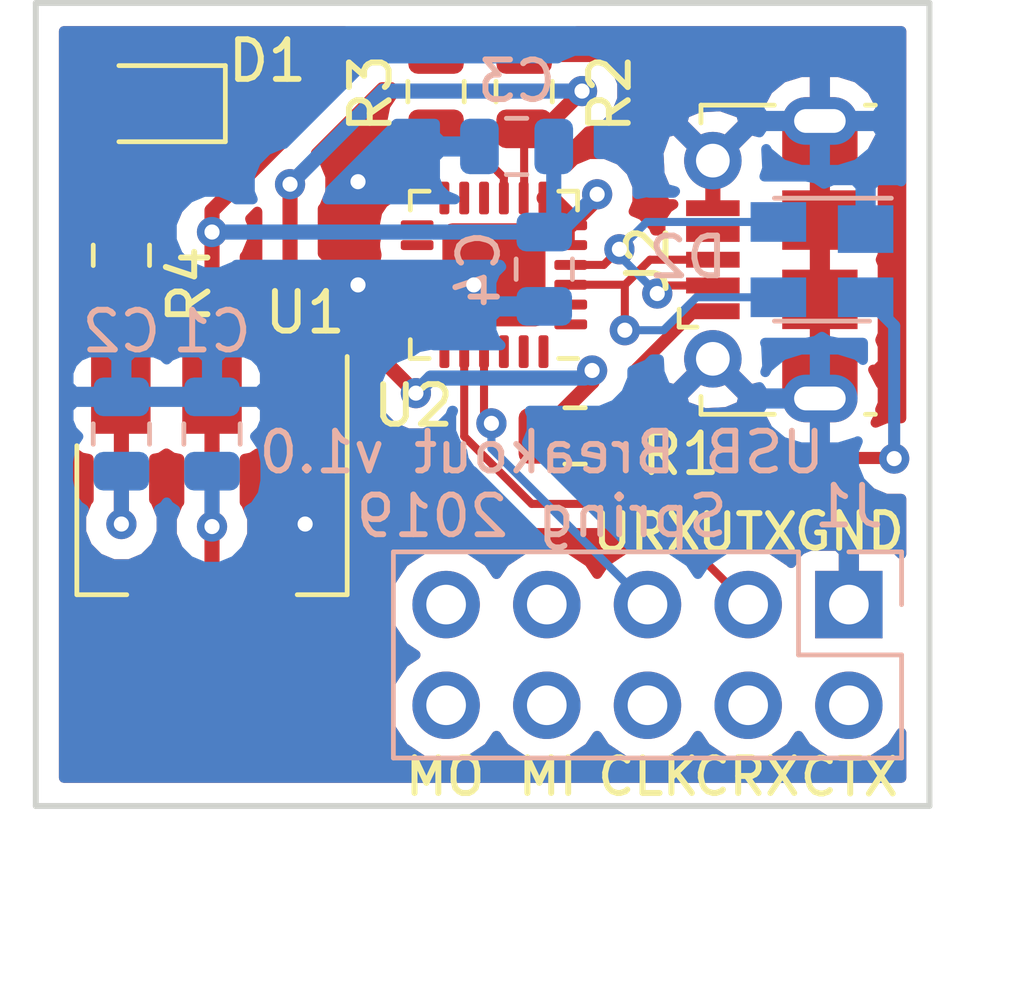
<source format=kicad_pcb>
(kicad_pcb (version 20171130) (host pcbnew "(5.0.0)")

  (general
    (thickness 1.6)
    (drawings 13)
    (tracks 99)
    (zones 0)
    (modules 14)
    (nets 12)
  )

  (page A4)
  (layers
    (0 F.Cu signal)
    (31 B.Cu signal)
    (32 B.Adhes user)
    (33 F.Adhes user)
    (34 B.Paste user)
    (35 F.Paste user)
    (36 B.SilkS user)
    (37 F.SilkS user)
    (38 B.Mask user)
    (39 F.Mask user)
    (40 Dwgs.User user)
    (41 Cmts.User user)
    (42 Eco1.User user)
    (43 Eco2.User user)
    (44 Edge.Cuts user)
    (45 Margin user)
    (46 B.CrtYd user)
    (47 F.CrtYd user)
    (48 B.Fab user)
    (49 F.Fab user)
  )

  (setup
    (last_trace_width 0.25)
    (user_trace_width 0.2032)
    (user_trace_width 0.3048)
    (user_trace_width 0.381)
    (trace_clearance 0.1524)
    (zone_clearance 0.508)
    (zone_45_only no)
    (trace_min 0.2)
    (segment_width 0.2)
    (edge_width 0.15)
    (via_size 0.762)
    (via_drill 0.381)
    (via_min_size 0.4)
    (via_min_drill 0.3)
    (uvia_size 0.3)
    (uvia_drill 0.1)
    (uvias_allowed no)
    (uvia_min_size 0.2)
    (uvia_min_drill 0.1)
    (pcb_text_width 0.3)
    (pcb_text_size 1.5 1.5)
    (mod_edge_width 0.15)
    (mod_text_size 1 1)
    (mod_text_width 0.15)
    (pad_size 1.524 1.524)
    (pad_drill 0.762)
    (pad_to_mask_clearance 0.2)
    (aux_axis_origin 0 0)
    (visible_elements 7FFFFFFF)
    (pcbplotparams
      (layerselection 0x010fc_ffffffff)
      (usegerberextensions false)
      (usegerberattributes true)
      (usegerberadvancedattributes false)
      (creategerberjobfile false)
      (excludeedgelayer true)
      (linewidth 0.100000)
      (plotframeref false)
      (viasonmask false)
      (mode 1)
      (useauxorigin false)
      (hpglpennumber 1)
      (hpglpenspeed 20)
      (hpglpendiameter 15.000000)
      (psnegative false)
      (psa4output false)
      (plotreference true)
      (plotvalue true)
      (plotinvisibletext false)
      (padsonsilk false)
      (subtractmaskfromsilk false)
      (outputformat 1)
      (mirror false)
      (drillshape 0)
      (scaleselection 1)
      (outputdirectory "../GerberFiles/USBBreakout/"))
  )

  (net 0 "")
  (net 1 GND)
  (net 2 +3V3)
  (net 3 +5V)
  (net 4 /VBUS)
  (net 5 /D+)
  (net 6 /D-)
  (net 7 /UART1_TX)
  (net 8 /UART1_RX)
  (net 9 "Net-(R55-Pad1)")
  (net 10 "Net-(R59-Pad2)")
  (net 11 "Net-(D1-Pad2)")

  (net_class Default "This is the default net class."
    (clearance 0.1524)
    (trace_width 0.25)
    (via_dia 0.762)
    (via_drill 0.381)
    (uvia_dia 0.3)
    (uvia_drill 0.1)
    (add_net +3V3)
    (add_net +5V)
    (add_net /D+)
    (add_net /D-)
    (add_net /UART1_RX)
    (add_net /UART1_TX)
    (add_net /VBUS)
    (add_net GND)
    (add_net "Net-(D1-Pad2)")
    (add_net "Net-(R55-Pad1)")
    (add_net "Net-(R59-Pad2)")
  )

  (module Connector_PinSocket_2.54mm:PinSocket_2x05_P2.54mm_Vertical (layer B.Cu) (tedit 5A19A42B) (tstamp 5C74B1B1)
    (at 160.528 95.8215 90)
    (descr "Through hole straight socket strip, 2x05, 2.54mm pitch, double cols (from Kicad 4.0.7), script generated")
    (tags "Through hole socket strip THT 2x05 2.54mm double row")
    (path /5C687984)
    (fp_text reference J1 (at 2.4765 0 180) (layer B.SilkS)
      (effects (font (size 1 1) (thickness 0.15)) (justify mirror))
    )
    (fp_text value Conn_02x05_Odd_Even (at -1.27 -12.93 90) (layer B.Fab)
      (effects (font (size 1 1) (thickness 0.15)) (justify mirror))
    )
    (fp_line (start -3.81 1.27) (end 0.27 1.27) (layer B.Fab) (width 0.1))
    (fp_line (start 0.27 1.27) (end 1.27 0.27) (layer B.Fab) (width 0.1))
    (fp_line (start 1.27 0.27) (end 1.27 -11.43) (layer B.Fab) (width 0.1))
    (fp_line (start 1.27 -11.43) (end -3.81 -11.43) (layer B.Fab) (width 0.1))
    (fp_line (start -3.81 -11.43) (end -3.81 1.27) (layer B.Fab) (width 0.1))
    (fp_line (start -3.87 1.33) (end -1.27 1.33) (layer B.SilkS) (width 0.12))
    (fp_line (start -3.87 1.33) (end -3.87 -11.49) (layer B.SilkS) (width 0.12))
    (fp_line (start -3.87 -11.49) (end 1.33 -11.49) (layer B.SilkS) (width 0.12))
    (fp_line (start 1.33 -1.27) (end 1.33 -11.49) (layer B.SilkS) (width 0.12))
    (fp_line (start -1.27 -1.27) (end 1.33 -1.27) (layer B.SilkS) (width 0.12))
    (fp_line (start -1.27 1.33) (end -1.27 -1.27) (layer B.SilkS) (width 0.12))
    (fp_line (start 1.33 1.33) (end 1.33 0) (layer B.SilkS) (width 0.12))
    (fp_line (start 0 1.33) (end 1.33 1.33) (layer B.SilkS) (width 0.12))
    (fp_line (start -4.34 1.8) (end 1.76 1.8) (layer B.CrtYd) (width 0.05))
    (fp_line (start 1.76 1.8) (end 1.76 -11.9) (layer B.CrtYd) (width 0.05))
    (fp_line (start 1.76 -11.9) (end -4.34 -11.9) (layer B.CrtYd) (width 0.05))
    (fp_line (start -4.34 -11.9) (end -4.34 1.8) (layer B.CrtYd) (width 0.05))
    (fp_text user %R (at -1.27 -5.08) (layer B.Fab)
      (effects (font (size 1 1) (thickness 0.15)) (justify mirror))
    )
    (pad 1 thru_hole rect (at 0 0 90) (size 1.7 1.7) (drill 1) (layers *.Cu *.Mask)
      (net 1 GND))
    (pad 2 thru_hole oval (at -2.54 0 90) (size 1.7 1.7) (drill 1) (layers *.Cu *.Mask))
    (pad 3 thru_hole oval (at 0 -2.54 90) (size 1.7 1.7) (drill 1) (layers *.Cu *.Mask)
      (net 7 /UART1_TX))
    (pad 4 thru_hole oval (at -2.54 -2.54 90) (size 1.7 1.7) (drill 1) (layers *.Cu *.Mask))
    (pad 5 thru_hole oval (at 0 -5.08 90) (size 1.7 1.7) (drill 1) (layers *.Cu *.Mask)
      (net 8 /UART1_RX))
    (pad 6 thru_hole oval (at -2.54 -5.08 90) (size 1.7 1.7) (drill 1) (layers *.Cu *.Mask))
    (pad 7 thru_hole oval (at 0 -7.62 90) (size 1.7 1.7) (drill 1) (layers *.Cu *.Mask))
    (pad 8 thru_hole oval (at -2.54 -7.62 90) (size 1.7 1.7) (drill 1) (layers *.Cu *.Mask))
    (pad 9 thru_hole oval (at 0 -10.16 90) (size 1.7 1.7) (drill 1) (layers *.Cu *.Mask))
    (pad 10 thru_hole oval (at -2.54 -10.16 90) (size 1.7 1.7) (drill 1) (layers *.Cu *.Mask))
    (model ${KISYS3DMOD}/Connector_PinSocket_2.54mm.3dshapes/PinSocket_2x05_P2.54mm_Vertical.wrl
      (at (xyz 0 0 0))
      (scale (xyz 1 1 1))
      (rotate (xyz 0 0 0))
    )
  )

  (module Capacitor_SMD:C_0805_2012Metric (layer B.Cu) (tedit 5C6C57B9) (tstamp 5C74B16C)
    (at 152.8445 87.361 270)
    (descr "Capacitor SMD 0805 (2012 Metric), square (rectangular) end terminal, IPC_7351 nominal, (Body size source: https://docs.google.com/spreadsheets/d/1BsfQQcO9C6DZCsRaXUlFlo91Tg2WpOkGARC1WS5S8t0/edit?usp=sharing), generated with kicad-footprint-generator")
    (tags capacitor)
    (path /5C49CC52)
    (attr smd)
    (fp_text reference C4 (at 0 1.65 270) (layer B.SilkS)
      (effects (font (size 1 1) (thickness 0.15)) (justify mirror))
    )
    (fp_text value 4.7uF (at 0 -1.65 270) (layer B.Fab)
      (effects (font (size 1 1) (thickness 0.15)) (justify mirror))
    )
    (fp_line (start -1 -0.6) (end -1 0.6) (layer B.Fab) (width 0.1))
    (fp_line (start -1 0.6) (end 1 0.6) (layer B.Fab) (width 0.1))
    (fp_line (start 1 0.6) (end 1 -0.6) (layer B.Fab) (width 0.1))
    (fp_line (start 1 -0.6) (end -1 -0.6) (layer B.Fab) (width 0.1))
    (fp_line (start -0.258578 0.71) (end 0.258578 0.71) (layer B.SilkS) (width 0.12))
    (fp_line (start -0.258578 -0.71) (end 0.258578 -0.71) (layer B.SilkS) (width 0.12))
    (fp_line (start -1.68 -0.95) (end -1.68 0.95) (layer B.CrtYd) (width 0.05))
    (fp_line (start -1.68 0.95) (end 1.68 0.95) (layer B.CrtYd) (width 0.05))
    (fp_line (start 1.68 0.95) (end 1.68 -0.95) (layer B.CrtYd) (width 0.05))
    (fp_line (start 1.68 -0.95) (end -1.68 -0.95) (layer B.CrtYd) (width 0.05))
    (fp_text user %R (at 0 0 270) (layer B.Fab)
      (effects (font (size 0.5 0.5) (thickness 0.08)) (justify mirror))
    )
    (pad 1 smd roundrect (at -0.9375 0 270) (size 0.975 1.4) (layers B.Cu B.Paste B.Mask) (roundrect_rratio 0.25)
      (net 2 +3V3))
    (pad 2 smd roundrect (at 0.9375 0 270) (size 0.975 1.4) (layers B.Cu B.Paste B.Mask) (roundrect_rratio 0.25)
      (net 1 GND))
    (model ${KISYS3DMOD}/Capacitor_SMD.3dshapes/C_0805_2012Metric.wrl
      (at (xyz 0 0 0))
      (scale (xyz 1 1 1))
      (rotate (xyz 0 0 0))
    )
  )

  (module Capacitor_SMD:C_0805_2012Metric (layer B.Cu) (tedit 5C6C5798) (tstamp 5C74B17D)
    (at 152.146 84.2645 180)
    (descr "Capacitor SMD 0805 (2012 Metric), square (rectangular) end terminal, IPC_7351 nominal, (Body size source: https://docs.google.com/spreadsheets/d/1BsfQQcO9C6DZCsRaXUlFlo91Tg2WpOkGARC1WS5S8t0/edit?usp=sharing), generated with kicad-footprint-generator")
    (tags capacitor)
    (path /5C4A4791)
    (attr smd)
    (fp_text reference C3 (at 0 1.65 180) (layer B.SilkS)
      (effects (font (size 1 1) (thickness 0.15)) (justify mirror))
    )
    (fp_text value 0.1uF (at 0 -1.65 180) (layer B.Fab)
      (effects (font (size 1 1) (thickness 0.15)) (justify mirror))
    )
    (fp_text user %R (at 0 0 180) (layer B.Fab)
      (effects (font (size 0.5 0.5) (thickness 0.08)) (justify mirror))
    )
    (fp_line (start 1.68 -0.95) (end -1.68 -0.95) (layer B.CrtYd) (width 0.05))
    (fp_line (start 1.68 0.95) (end 1.68 -0.95) (layer B.CrtYd) (width 0.05))
    (fp_line (start -1.68 0.95) (end 1.68 0.95) (layer B.CrtYd) (width 0.05))
    (fp_line (start -1.68 -0.95) (end -1.68 0.95) (layer B.CrtYd) (width 0.05))
    (fp_line (start -0.258578 -0.71) (end 0.258578 -0.71) (layer B.SilkS) (width 0.12))
    (fp_line (start -0.258578 0.71) (end 0.258578 0.71) (layer B.SilkS) (width 0.12))
    (fp_line (start 1 -0.6) (end -1 -0.6) (layer B.Fab) (width 0.1))
    (fp_line (start 1 0.6) (end 1 -0.6) (layer B.Fab) (width 0.1))
    (fp_line (start -1 0.6) (end 1 0.6) (layer B.Fab) (width 0.1))
    (fp_line (start -1 -0.6) (end -1 0.6) (layer B.Fab) (width 0.1))
    (pad 2 smd roundrect (at 0.9375 0 180) (size 0.975 1.4) (layers B.Cu B.Paste B.Mask) (roundrect_rratio 0.25)
      (net 1 GND))
    (pad 1 smd roundrect (at -0.9375 0 180) (size 0.975 1.4) (layers B.Cu B.Paste B.Mask) (roundrect_rratio 0.25)
      (net 2 +3V3))
    (model ${KISYS3DMOD}/Capacitor_SMD.3dshapes/C_0805_2012Metric.wrl
      (at (xyz 0 0 0))
      (scale (xyz 1 1 1))
      (rotate (xyz 0 0 0))
    )
  )

  (module Package_TO_SOT_SMD:SOT-143 (layer B.Cu) (tedit 5C6C5761) (tstamp 5C74B191)
    (at 159.85 87.1195 180)
    (descr SOT-143)
    (tags SOT-143)
    (path /5C496C9B)
    (attr smd)
    (fp_text reference D2 (at 3.386 0.061 180) (layer B.SilkS)
      (effects (font (size 1 1) (thickness 0.15)) (justify mirror))
    )
    (fp_text value SP0503BAHT (at -0.28 -2.48 180) (layer B.Fab)
      (effects (font (size 1 1) (thickness 0.15)) (justify mirror))
    )
    (fp_text user %R (at 0 0 90) (layer B.Fab)
      (effects (font (size 0.5 0.5) (thickness 0.075)) (justify mirror))
    )
    (fp_line (start -1.2 -1.55) (end 1.2 -1.55) (layer B.SilkS) (width 0.12))
    (fp_line (start 1.2 1.55) (end -1.75 1.55) (layer B.SilkS) (width 0.12))
    (fp_line (start -1.2 1) (end -0.7 1.5) (layer B.Fab) (width 0.1))
    (fp_line (start -0.7 1.5) (end 1.2 1.5) (layer B.Fab) (width 0.1))
    (fp_line (start -1.2 -1.5) (end -1.2 1) (layer B.Fab) (width 0.1))
    (fp_line (start 1.2 -1.5) (end -1.2 -1.5) (layer B.Fab) (width 0.1))
    (fp_line (start 1.2 1.5) (end 1.2 -1.5) (layer B.Fab) (width 0.1))
    (fp_line (start 2.05 1.75) (end 2.05 -1.75) (layer B.CrtYd) (width 0.05))
    (fp_line (start 2.05 1.75) (end -2.05 1.75) (layer B.CrtYd) (width 0.05))
    (fp_line (start -2.05 -1.75) (end 2.05 -1.75) (layer B.CrtYd) (width 0.05))
    (fp_line (start -2.05 -1.75) (end -2.05 1.75) (layer B.CrtYd) (width 0.05))
    (pad 1 smd rect (at -1.1 0.77 270) (size 1.2 1.4) (layers B.Cu B.Paste B.Mask)
      (net 1 GND))
    (pad 2 smd rect (at -1.1 -0.95 270) (size 1 1.4) (layers B.Cu B.Paste B.Mask)
      (net 4 /VBUS))
    (pad 3 smd rect (at 1.1 -0.95 270) (size 1 1.4) (layers B.Cu B.Paste B.Mask)
      (net 5 /D+))
    (pad 4 smd rect (at 1.1 0.95 270) (size 1 1.4) (layers B.Cu B.Paste B.Mask)
      (net 6 /D-))
    (model ${KISYS3DMOD}/Package_TO_SOT_SMD.3dshapes/SOT-143.wrl
      (at (xyz 0 0 0))
      (scale (xyz 1 1 1))
      (rotate (xyz 0 0 0))
    )
  )

  (module Connector_USB:USB_Micro-B_Molex-105017-0001 (layer F.Cu) (tedit 5C6C5766) (tstamp 5C74B1DA)
    (at 158.5595 87.122 90)
    (descr http://www.molex.com/pdm_docs/sd/1050170001_sd.pdf)
    (tags "Micro-USB SMD Typ-B")
    (path /5C4964BB)
    (attr smd)
    (fp_text reference J2 (at 0 -3.1125 90) (layer F.SilkS)
      (effects (font (size 1 1) (thickness 0.15)))
    )
    (fp_text value USB_B_Micro (at 0.3 4.3375 90) (layer F.Fab)
      (effects (font (size 1 1) (thickness 0.15)))
    )
    (fp_text user "PCB Edge" (at 0 2.6875 90) (layer Dwgs.User)
      (effects (font (size 0.5 0.5) (thickness 0.08)))
    )
    (fp_text user %R (at 0 0.8875 90) (layer F.Fab)
      (effects (font (size 1 1) (thickness 0.15)))
    )
    (fp_line (start -4.4 3.64) (end 4.4 3.64) (layer F.CrtYd) (width 0.05))
    (fp_line (start 4.4 -2.46) (end 4.4 3.64) (layer F.CrtYd) (width 0.05))
    (fp_line (start -4.4 -2.46) (end 4.4 -2.46) (layer F.CrtYd) (width 0.05))
    (fp_line (start -4.4 3.64) (end -4.4 -2.46) (layer F.CrtYd) (width 0.05))
    (fp_line (start -3.9 -1.7625) (end -3.45 -1.7625) (layer F.SilkS) (width 0.12))
    (fp_line (start -3.9 0.0875) (end -3.9 -1.7625) (layer F.SilkS) (width 0.12))
    (fp_line (start 3.9 2.6375) (end 3.9 2.3875) (layer F.SilkS) (width 0.12))
    (fp_line (start 3.75 3.3875) (end 3.75 -1.6125) (layer F.Fab) (width 0.1))
    (fp_line (start -3 2.689204) (end 3 2.689204) (layer F.Fab) (width 0.1))
    (fp_line (start -3.75 3.389204) (end 3.75 3.389204) (layer F.Fab) (width 0.1))
    (fp_line (start -3.75 -1.6125) (end 3.75 -1.6125) (layer F.Fab) (width 0.1))
    (fp_line (start -3.75 3.3875) (end -3.75 -1.6125) (layer F.Fab) (width 0.1))
    (fp_line (start -3.9 2.6375) (end -3.9 2.3875) (layer F.SilkS) (width 0.12))
    (fp_line (start 3.9 0.0875) (end 3.9 -1.7625) (layer F.SilkS) (width 0.12))
    (fp_line (start 3.9 -1.7625) (end 3.45 -1.7625) (layer F.SilkS) (width 0.12))
    (fp_line (start -1.7 -2.3125) (end -1.25 -2.3125) (layer F.SilkS) (width 0.12))
    (fp_line (start -1.7 -2.3125) (end -1.7 -1.8625) (layer F.SilkS) (width 0.12))
    (fp_line (start -1.3 -1.7125) (end -1.5 -1.9125) (layer F.Fab) (width 0.1))
    (fp_line (start -1.1 -1.9125) (end -1.3 -1.7125) (layer F.Fab) (width 0.1))
    (fp_line (start -1.5 -2.1225) (end -1.1 -2.1225) (layer F.Fab) (width 0.1))
    (fp_line (start -1.5 -2.1225) (end -1.5 -1.9125) (layer F.Fab) (width 0.1))
    (fp_line (start -1.1 -2.1225) (end -1.1 -1.9125) (layer F.Fab) (width 0.1))
    (pad 6 smd rect (at 1 1.2375 90) (size 1.5 1.9) (layers F.Cu F.Paste F.Mask)
      (net 1 GND))
    (pad 6 thru_hole circle (at -2.5 -1.4625 90) (size 1.45 1.45) (drill 0.85) (layers *.Cu *.Mask)
      (net 1 GND))
    (pad 2 smd rect (at -0.65 -1.4625 90) (size 0.4 1.35) (layers F.Cu F.Paste F.Mask)
      (net 6 /D-))
    (pad 1 smd rect (at -1.3 -1.4625 90) (size 0.4 1.35) (layers F.Cu F.Paste F.Mask)
      (net 4 /VBUS))
    (pad 5 smd rect (at 1.3 -1.4625 90) (size 0.4 1.35) (layers F.Cu F.Paste F.Mask)
      (net 1 GND))
    (pad 4 smd rect (at 0.65 -1.4625 90) (size 0.4 1.35) (layers F.Cu F.Paste F.Mask))
    (pad 3 smd rect (at 0 -1.4625 90) (size 0.4 1.35) (layers F.Cu F.Paste F.Mask)
      (net 5 /D+))
    (pad 6 thru_hole circle (at 2.5 -1.4625 90) (size 1.45 1.45) (drill 0.85) (layers *.Cu *.Mask)
      (net 1 GND))
    (pad 6 smd rect (at -1 1.2375 90) (size 1.5 1.9) (layers F.Cu F.Paste F.Mask)
      (net 1 GND))
    (pad 6 thru_hole oval (at -3.5 1.2375 270) (size 1.2 1.9) (drill oval 0.6 1.3) (layers *.Cu *.Mask)
      (net 1 GND))
    (pad 6 thru_hole oval (at 3.5 1.2375 90) (size 1.2 1.9) (drill oval 0.6 1.3) (layers *.Cu *.Mask)
      (net 1 GND))
    (pad 6 smd rect (at 2.9 1.2375 90) (size 1.2 1.9) (layers F.Cu F.Mask)
      (net 1 GND))
    (pad 6 smd rect (at -2.9 1.2375 90) (size 1.2 1.9) (layers F.Cu F.Mask)
      (net 1 GND))
    (model ${KISYS3DMOD}/Connector_USB.3dshapes/USB_Micro-B_Molex-105017-0001.wrl
      (at (xyz 0 0 0))
      (scale (xyz 1 1 1))
      (rotate (xyz 0 0 0))
    )
  )

  (module Resistor_SMD:R_0805_2012Metric (layer F.Cu) (tedit 5C6C573F) (tstamp 5C74B1EB)
    (at 153.6215 91.567)
    (descr "Resistor SMD 0805 (2012 Metric), square (rectangular) end terminal, IPC_7351 nominal, (Body size source: https://docs.google.com/spreadsheets/d/1BsfQQcO9C6DZCsRaXUlFlo91Tg2WpOkGARC1WS5S8t0/edit?usp=sharing), generated with kicad-footprint-generator")
    (tags resistor)
    (path /5C497DDB)
    (attr smd)
    (fp_text reference R1 (at 2.6647 0.4572) (layer F.SilkS)
      (effects (font (size 1 1) (thickness 0.15)))
    )
    (fp_text value 22.1k (at 0 1.65) (layer F.Fab)
      (effects (font (size 1 1) (thickness 0.15)))
    )
    (fp_text user %R (at 0 0) (layer F.Fab)
      (effects (font (size 0.5 0.5) (thickness 0.08)))
    )
    (fp_line (start 1.68 0.95) (end -1.68 0.95) (layer F.CrtYd) (width 0.05))
    (fp_line (start 1.68 -0.95) (end 1.68 0.95) (layer F.CrtYd) (width 0.05))
    (fp_line (start -1.68 -0.95) (end 1.68 -0.95) (layer F.CrtYd) (width 0.05))
    (fp_line (start -1.68 0.95) (end -1.68 -0.95) (layer F.CrtYd) (width 0.05))
    (fp_line (start -0.258578 0.71) (end 0.258578 0.71) (layer F.SilkS) (width 0.12))
    (fp_line (start -0.258578 -0.71) (end 0.258578 -0.71) (layer F.SilkS) (width 0.12))
    (fp_line (start 1 0.6) (end -1 0.6) (layer F.Fab) (width 0.1))
    (fp_line (start 1 -0.6) (end 1 0.6) (layer F.Fab) (width 0.1))
    (fp_line (start -1 -0.6) (end 1 -0.6) (layer F.Fab) (width 0.1))
    (fp_line (start -1 0.6) (end -1 -0.6) (layer F.Fab) (width 0.1))
    (pad 2 smd roundrect (at 0.9375 0) (size 0.975 1.4) (layers F.Cu F.Paste F.Mask) (roundrect_rratio 0.25)
      (net 4 /VBUS))
    (pad 1 smd roundrect (at -0.9375 0) (size 0.975 1.4) (layers F.Cu F.Paste F.Mask) (roundrect_rratio 0.25)
      (net 9 "Net-(R55-Pad1)"))
    (model ${KISYS3DMOD}/Resistor_SMD.3dshapes/R_0805_2012Metric.wrl
      (at (xyz 0 0 0))
      (scale (xyz 1 1 1))
      (rotate (xyz 0 0 0))
    )
  )

  (module Resistor_SMD:R_0805_2012Metric (layer F.Cu) (tedit 5C6C575B) (tstamp 5C74B1FC)
    (at 152.3365 82.8825 90)
    (descr "Resistor SMD 0805 (2012 Metric), square (rectangular) end terminal, IPC_7351 nominal, (Body size source: https://docs.google.com/spreadsheets/d/1BsfQQcO9C6DZCsRaXUlFlo91Tg2WpOkGARC1WS5S8t0/edit?usp=sharing), generated with kicad-footprint-generator")
    (tags resistor)
    (path /5C497DB9)
    (attr smd)
    (fp_text reference R3 (at -0.0485 -3.8735 90) (layer F.SilkS)
      (effects (font (size 1 1) (thickness 0.15)))
    )
    (fp_text value 47.5k (at 0 1.65 90) (layer F.Fab)
      (effects (font (size 1 1) (thickness 0.15)))
    )
    (fp_line (start -1 0.6) (end -1 -0.6) (layer F.Fab) (width 0.1))
    (fp_line (start -1 -0.6) (end 1 -0.6) (layer F.Fab) (width 0.1))
    (fp_line (start 1 -0.6) (end 1 0.6) (layer F.Fab) (width 0.1))
    (fp_line (start 1 0.6) (end -1 0.6) (layer F.Fab) (width 0.1))
    (fp_line (start -0.258578 -0.71) (end 0.258578 -0.71) (layer F.SilkS) (width 0.12))
    (fp_line (start -0.258578 0.71) (end 0.258578 0.71) (layer F.SilkS) (width 0.12))
    (fp_line (start -1.68 0.95) (end -1.68 -0.95) (layer F.CrtYd) (width 0.05))
    (fp_line (start -1.68 -0.95) (end 1.68 -0.95) (layer F.CrtYd) (width 0.05))
    (fp_line (start 1.68 -0.95) (end 1.68 0.95) (layer F.CrtYd) (width 0.05))
    (fp_line (start 1.68 0.95) (end -1.68 0.95) (layer F.CrtYd) (width 0.05))
    (fp_text user %R (at 0 0 90) (layer F.Fab)
      (effects (font (size 0.5 0.5) (thickness 0.08)))
    )
    (pad 1 smd roundrect (at -0.9375 0 90) (size 0.975 1.4) (layers F.Cu F.Paste F.Mask) (roundrect_rratio 0.25)
      (net 9 "Net-(R55-Pad1)"))
    (pad 2 smd roundrect (at 0.9375 0 90) (size 0.975 1.4) (layers F.Cu F.Paste F.Mask) (roundrect_rratio 0.25)
      (net 1 GND))
    (model ${KISYS3DMOD}/Resistor_SMD.3dshapes/R_0805_2012Metric.wrl
      (at (xyz 0 0 0))
      (scale (xyz 1 1 1))
      (rotate (xyz 0 0 0))
    )
  )

  (module Resistor_SMD:R_0805_2012Metric (layer F.Cu) (tedit 5C6C5755) (tstamp 5C74D5C1)
    (at 150.114 82.8825 270)
    (descr "Resistor SMD 0805 (2012 Metric), square (rectangular) end terminal, IPC_7351 nominal, (Body size source: https://docs.google.com/spreadsheets/d/1BsfQQcO9C6DZCsRaXUlFlo91Tg2WpOkGARC1WS5S8t0/edit?usp=sharing), generated with kicad-footprint-generator")
    (tags resistor)
    (path /5C49B01B)
    (attr smd)
    (fp_text reference R2 (at 0.0485 -4.3815 270) (layer F.SilkS)
      (effects (font (size 1 1) (thickness 0.15)))
    )
    (fp_text value 1k (at 0 1.65 270) (layer F.Fab)
      (effects (font (size 1 1) (thickness 0.15)))
    )
    (fp_line (start -1 0.6) (end -1 -0.6) (layer F.Fab) (width 0.1))
    (fp_line (start -1 -0.6) (end 1 -0.6) (layer F.Fab) (width 0.1))
    (fp_line (start 1 -0.6) (end 1 0.6) (layer F.Fab) (width 0.1))
    (fp_line (start 1 0.6) (end -1 0.6) (layer F.Fab) (width 0.1))
    (fp_line (start -0.258578 -0.71) (end 0.258578 -0.71) (layer F.SilkS) (width 0.12))
    (fp_line (start -0.258578 0.71) (end 0.258578 0.71) (layer F.SilkS) (width 0.12))
    (fp_line (start -1.68 0.95) (end -1.68 -0.95) (layer F.CrtYd) (width 0.05))
    (fp_line (start -1.68 -0.95) (end 1.68 -0.95) (layer F.CrtYd) (width 0.05))
    (fp_line (start 1.68 -0.95) (end 1.68 0.95) (layer F.CrtYd) (width 0.05))
    (fp_line (start 1.68 0.95) (end -1.68 0.95) (layer F.CrtYd) (width 0.05))
    (fp_text user %R (at 0 0 270) (layer F.Fab)
      (effects (font (size 0.5 0.5) (thickness 0.08)))
    )
    (pad 1 smd roundrect (at -0.9375 0 270) (size 0.975 1.4) (layers F.Cu F.Paste F.Mask) (roundrect_rratio 0.25)
      (net 2 +3V3))
    (pad 2 smd roundrect (at 0.9375 0 270) (size 0.975 1.4) (layers F.Cu F.Paste F.Mask) (roundrect_rratio 0.25)
      (net 10 "Net-(R59-Pad2)"))
    (model ${KISYS3DMOD}/Resistor_SMD.3dshapes/R_0805_2012Metric.wrl
      (at (xyz 0 0 0))
      (scale (xyz 1 1 1))
      (rotate (xyz 0 0 0))
    )
  )

  (module Package_DFN_QFN:QFN-24-1EP_4x4mm_P0.5mm_EP2.6x2.6mm (layer F.Cu) (tedit 5C6C5745) (tstamp 5C74B255)
    (at 151.5745 87.503 180)
    (descr "QFN, 24 Pin (http://ww1.microchip.com/downloads/en/PackagingSpec/00000049BQ.pdf (Page 278)), generated with kicad-footprint-generator ipc_dfn_qfn_generator.py")
    (tags "QFN DFN_QFN")
    (path /5C4963B2)
    (attr smd)
    (fp_text reference U2 (at 2.032 -3.302 180) (layer F.SilkS)
      (effects (font (size 1 1) (thickness 0.15)))
    )
    (fp_text value CP2102N-A01-GQFN24 (at 0 3.3 180) (layer F.Fab)
      (effects (font (size 1 1) (thickness 0.15)))
    )
    (fp_line (start 1.635 -2.11) (end 2.11 -2.11) (layer F.SilkS) (width 0.12))
    (fp_line (start 2.11 -2.11) (end 2.11 -1.635) (layer F.SilkS) (width 0.12))
    (fp_line (start -1.635 2.11) (end -2.11 2.11) (layer F.SilkS) (width 0.12))
    (fp_line (start -2.11 2.11) (end -2.11 1.635) (layer F.SilkS) (width 0.12))
    (fp_line (start 1.635 2.11) (end 2.11 2.11) (layer F.SilkS) (width 0.12))
    (fp_line (start 2.11 2.11) (end 2.11 1.635) (layer F.SilkS) (width 0.12))
    (fp_line (start -1.635 -2.11) (end -2.11 -2.11) (layer F.SilkS) (width 0.12))
    (fp_line (start -1 -2) (end 2 -2) (layer F.Fab) (width 0.1))
    (fp_line (start 2 -2) (end 2 2) (layer F.Fab) (width 0.1))
    (fp_line (start 2 2) (end -2 2) (layer F.Fab) (width 0.1))
    (fp_line (start -2 2) (end -2 -1) (layer F.Fab) (width 0.1))
    (fp_line (start -2 -1) (end -1 -2) (layer F.Fab) (width 0.1))
    (fp_line (start -2.6 -2.6) (end -2.6 2.6) (layer F.CrtYd) (width 0.05))
    (fp_line (start -2.6 2.6) (end 2.6 2.6) (layer F.CrtYd) (width 0.05))
    (fp_line (start 2.6 2.6) (end 2.6 -2.6) (layer F.CrtYd) (width 0.05))
    (fp_line (start 2.6 -2.6) (end -2.6 -2.6) (layer F.CrtYd) (width 0.05))
    (fp_text user %R (at 0 0 180) (layer F.Fab)
      (effects (font (size 1 1) (thickness 0.15)))
    )
    (pad 25 smd roundrect (at 0 0 180) (size 2.6 2.6) (layers F.Cu F.Mask) (roundrect_rratio 0.096154)
      (net 1 GND))
    (pad "" smd roundrect (at -0.65 -0.65 180) (size 1.05 1.05) (layers F.Paste) (roundrect_rratio 0.238095))
    (pad "" smd roundrect (at -0.65 0.65 180) (size 1.05 1.05) (layers F.Paste) (roundrect_rratio 0.238095))
    (pad "" smd roundrect (at 0.65 -0.65 180) (size 1.05 1.05) (layers F.Paste) (roundrect_rratio 0.238095))
    (pad "" smd roundrect (at 0.65 0.65 180) (size 1.05 1.05) (layers F.Paste) (roundrect_rratio 0.238095))
    (pad 1 smd roundrect (at -1.9375 -1.25 180) (size 0.825 0.25) (layers F.Cu F.Paste F.Mask) (roundrect_rratio 0.25))
    (pad 2 smd roundrect (at -1.9375 -0.75 180) (size 0.825 0.25) (layers F.Cu F.Paste F.Mask) (roundrect_rratio 0.25)
      (net 1 GND))
    (pad 3 smd roundrect (at -1.9375 -0.25 180) (size 0.825 0.25) (layers F.Cu F.Paste F.Mask) (roundrect_rratio 0.25)
      (net 5 /D+))
    (pad 4 smd roundrect (at -1.9375 0.25 180) (size 0.825 0.25) (layers F.Cu F.Paste F.Mask) (roundrect_rratio 0.25)
      (net 6 /D-))
    (pad 5 smd roundrect (at -1.9375 0.75 180) (size 0.825 0.25) (layers F.Cu F.Paste F.Mask) (roundrect_rratio 0.25)
      (net 2 +3V3))
    (pad 6 smd roundrect (at -1.9375 1.25 180) (size 0.825 0.25) (layers F.Cu F.Paste F.Mask) (roundrect_rratio 0.25)
      (net 2 +3V3))
    (pad 7 smd roundrect (at -1.25 1.9375 180) (size 0.25 0.825) (layers F.Cu F.Paste F.Mask) (roundrect_rratio 0.25)
      (net 2 +3V3))
    (pad 8 smd roundrect (at -0.75 1.9375 180) (size 0.25 0.825) (layers F.Cu F.Paste F.Mask) (roundrect_rratio 0.25)
      (net 9 "Net-(R55-Pad1)"))
    (pad 9 smd roundrect (at -0.25 1.9375 180) (size 0.25 0.825) (layers F.Cu F.Paste F.Mask) (roundrect_rratio 0.25)
      (net 10 "Net-(R59-Pad2)"))
    (pad 10 smd roundrect (at 0.25 1.9375 180) (size 0.25 0.825) (layers F.Cu F.Paste F.Mask) (roundrect_rratio 0.25))
    (pad 11 smd roundrect (at 0.75 1.9375 180) (size 0.25 0.825) (layers F.Cu F.Paste F.Mask) (roundrect_rratio 0.25))
    (pad 12 smd roundrect (at 1.25 1.9375 180) (size 0.25 0.825) (layers F.Cu F.Paste F.Mask) (roundrect_rratio 0.25))
    (pad 13 smd roundrect (at 1.9375 1.25 180) (size 0.825 0.25) (layers F.Cu F.Paste F.Mask) (roundrect_rratio 0.25))
    (pad 14 smd roundrect (at 1.9375 0.75 180) (size 0.825 0.25) (layers F.Cu F.Paste F.Mask) (roundrect_rratio 0.25))
    (pad 15 smd roundrect (at 1.9375 0.25 180) (size 0.825 0.25) (layers F.Cu F.Paste F.Mask) (roundrect_rratio 0.25))
    (pad 16 smd roundrect (at 1.9375 -0.25 180) (size 0.825 0.25) (layers F.Cu F.Paste F.Mask) (roundrect_rratio 0.25))
    (pad 17 smd roundrect (at 1.9375 -0.75 180) (size 0.825 0.25) (layers F.Cu F.Paste F.Mask) (roundrect_rratio 0.25))
    (pad 18 smd roundrect (at 1.9375 -1.25 180) (size 0.825 0.25) (layers F.Cu F.Paste F.Mask) (roundrect_rratio 0.25))
    (pad 19 smd roundrect (at 1.25 -1.9375 180) (size 0.25 0.825) (layers F.Cu F.Paste F.Mask) (roundrect_rratio 0.25))
    (pad 20 smd roundrect (at 0.75 -1.9375 180) (size 0.25 0.825) (layers F.Cu F.Paste F.Mask) (roundrect_rratio 0.25)
      (net 7 /UART1_TX))
    (pad 21 smd roundrect (at 0.25 -1.9375 180) (size 0.25 0.825) (layers F.Cu F.Paste F.Mask) (roundrect_rratio 0.25)
      (net 8 /UART1_RX))
    (pad 22 smd roundrect (at -0.25 -1.9375 180) (size 0.25 0.825) (layers F.Cu F.Paste F.Mask) (roundrect_rratio 0.25))
    (pad 23 smd roundrect (at -0.75 -1.9375 180) (size 0.25 0.825) (layers F.Cu F.Paste F.Mask) (roundrect_rratio 0.25))
    (pad 24 smd roundrect (at -1.25 -1.9375 180) (size 0.25 0.825) (layers F.Cu F.Paste F.Mask) (roundrect_rratio 0.25))
    (model ${KISYS3DMOD}/Package_DFN_QFN.3dshapes/QFN-24-1EP_4x4mm_P0.5mm_EP2.6x2.6mm.wrl
      (at (xyz 0 0 0))
      (scale (xyz 1 1 1))
      (rotate (xyz 0 0 0))
    )
  )

  (module Capacitor_SMD:C_0805_2012Metric (layer B.Cu) (tedit 5B36C52B) (tstamp 5C74B14A)
    (at 144.4625 91.5185 90)
    (descr "Capacitor SMD 0805 (2012 Metric), square (rectangular) end terminal, IPC_7351 nominal, (Body size source: https://docs.google.com/spreadsheets/d/1BsfQQcO9C6DZCsRaXUlFlo91Tg2WpOkGARC1WS5S8t0/edit?usp=sharing), generated with kicad-footprint-generator")
    (tags capacitor)
    (path /5C692E0B)
    (attr smd)
    (fp_text reference C1 (at 2.5885 0) (layer B.SilkS)
      (effects (font (size 1 1) (thickness 0.15)) (justify mirror))
    )
    (fp_text value 10uF (at 0 -1.65 90) (layer B.Fab)
      (effects (font (size 1 1) (thickness 0.15)) (justify mirror))
    )
    (fp_text user %R (at 0 0 90) (layer B.Fab)
      (effects (font (size 0.5 0.5) (thickness 0.08)) (justify mirror))
    )
    (fp_line (start 1.68 -0.95) (end -1.68 -0.95) (layer B.CrtYd) (width 0.05))
    (fp_line (start 1.68 0.95) (end 1.68 -0.95) (layer B.CrtYd) (width 0.05))
    (fp_line (start -1.68 0.95) (end 1.68 0.95) (layer B.CrtYd) (width 0.05))
    (fp_line (start -1.68 -0.95) (end -1.68 0.95) (layer B.CrtYd) (width 0.05))
    (fp_line (start -0.258578 -0.71) (end 0.258578 -0.71) (layer B.SilkS) (width 0.12))
    (fp_line (start -0.258578 0.71) (end 0.258578 0.71) (layer B.SilkS) (width 0.12))
    (fp_line (start 1 -0.6) (end -1 -0.6) (layer B.Fab) (width 0.1))
    (fp_line (start 1 0.6) (end 1 -0.6) (layer B.Fab) (width 0.1))
    (fp_line (start -1 0.6) (end 1 0.6) (layer B.Fab) (width 0.1))
    (fp_line (start -1 -0.6) (end -1 0.6) (layer B.Fab) (width 0.1))
    (pad 2 smd roundrect (at 0.9375 0 90) (size 0.975 1.4) (layers B.Cu B.Paste B.Mask) (roundrect_rratio 0.25)
      (net 1 GND))
    (pad 1 smd roundrect (at -0.9375 0 90) (size 0.975 1.4) (layers B.Cu B.Paste B.Mask) (roundrect_rratio 0.25)
      (net 2 +3V3))
    (model ${KISYS3DMOD}/Capacitor_SMD.3dshapes/C_0805_2012Metric.wrl
      (at (xyz 0 0 0))
      (scale (xyz 1 1 1))
      (rotate (xyz 0 0 0))
    )
  )

  (module Capacitor_SMD:C_0805_2012Metric (layer B.Cu) (tedit 5B36C52B) (tstamp 5C74B15B)
    (at 142.1765 91.5185 90)
    (descr "Capacitor SMD 0805 (2012 Metric), square (rectangular) end terminal, IPC_7351 nominal, (Body size source: https://docs.google.com/spreadsheets/d/1BsfQQcO9C6DZCsRaXUlFlo91Tg2WpOkGARC1WS5S8t0/edit?usp=sharing), generated with kicad-footprint-generator")
    (tags capacitor)
    (path /5C692DC3)
    (attr smd)
    (fp_text reference C2 (at 2.5885 0) (layer B.SilkS)
      (effects (font (size 1 1) (thickness 0.15)) (justify mirror))
    )
    (fp_text value 0.1uF (at 0 -1.65 90) (layer B.Fab)
      (effects (font (size 1 1) (thickness 0.15)) (justify mirror))
    )
    (fp_line (start -1 -0.6) (end -1 0.6) (layer B.Fab) (width 0.1))
    (fp_line (start -1 0.6) (end 1 0.6) (layer B.Fab) (width 0.1))
    (fp_line (start 1 0.6) (end 1 -0.6) (layer B.Fab) (width 0.1))
    (fp_line (start 1 -0.6) (end -1 -0.6) (layer B.Fab) (width 0.1))
    (fp_line (start -0.258578 0.71) (end 0.258578 0.71) (layer B.SilkS) (width 0.12))
    (fp_line (start -0.258578 -0.71) (end 0.258578 -0.71) (layer B.SilkS) (width 0.12))
    (fp_line (start -1.68 -0.95) (end -1.68 0.95) (layer B.CrtYd) (width 0.05))
    (fp_line (start -1.68 0.95) (end 1.68 0.95) (layer B.CrtYd) (width 0.05))
    (fp_line (start 1.68 0.95) (end 1.68 -0.95) (layer B.CrtYd) (width 0.05))
    (fp_line (start 1.68 -0.95) (end -1.68 -0.95) (layer B.CrtYd) (width 0.05))
    (fp_text user %R (at 0 0 90) (layer B.Fab)
      (effects (font (size 0.5 0.5) (thickness 0.08)) (justify mirror))
    )
    (pad 1 smd roundrect (at -0.9375 0 90) (size 0.975 1.4) (layers B.Cu B.Paste B.Mask) (roundrect_rratio 0.25)
      (net 3 +5V))
    (pad 2 smd roundrect (at 0.9375 0 90) (size 0.975 1.4) (layers B.Cu B.Paste B.Mask) (roundrect_rratio 0.25)
      (net 1 GND))
    (model ${KISYS3DMOD}/Capacitor_SMD.3dshapes/C_0805_2012Metric.wrl
      (at (xyz 0 0 0))
      (scale (xyz 1 1 1))
      (rotate (xyz 0 0 0))
    )
  )

  (module Package_TO_SOT_SMD:SOT-223-3_TabPin2 (layer F.Cu) (tedit 5A02FF57) (tstamp 5C74CAB6)
    (at 144.4625 93.6625 270)
    (descr "module CMS SOT223 4 pins")
    (tags "CMS SOT")
    (path /5C690733)
    (attr smd)
    (fp_text reference U1 (at -5.207 -2.3495) (layer F.SilkS)
      (effects (font (size 1 1) (thickness 0.15)))
    )
    (fp_text value NCP1117-3.3_SOT223 (at 0 4.5 270) (layer F.Fab)
      (effects (font (size 1 1) (thickness 0.15)))
    )
    (fp_text user %R (at 0 0) (layer F.Fab)
      (effects (font (size 0.8 0.8) (thickness 0.12)))
    )
    (fp_line (start 1.91 3.41) (end 1.91 2.15) (layer F.SilkS) (width 0.12))
    (fp_line (start 1.91 -3.41) (end 1.91 -2.15) (layer F.SilkS) (width 0.12))
    (fp_line (start 4.4 -3.6) (end -4.4 -3.6) (layer F.CrtYd) (width 0.05))
    (fp_line (start 4.4 3.6) (end 4.4 -3.6) (layer F.CrtYd) (width 0.05))
    (fp_line (start -4.4 3.6) (end 4.4 3.6) (layer F.CrtYd) (width 0.05))
    (fp_line (start -4.4 -3.6) (end -4.4 3.6) (layer F.CrtYd) (width 0.05))
    (fp_line (start -1.85 -2.35) (end -0.85 -3.35) (layer F.Fab) (width 0.1))
    (fp_line (start -1.85 -2.35) (end -1.85 3.35) (layer F.Fab) (width 0.1))
    (fp_line (start -1.85 3.41) (end 1.91 3.41) (layer F.SilkS) (width 0.12))
    (fp_line (start -0.85 -3.35) (end 1.85 -3.35) (layer F.Fab) (width 0.1))
    (fp_line (start -4.1 -3.41) (end 1.91 -3.41) (layer F.SilkS) (width 0.12))
    (fp_line (start -1.85 3.35) (end 1.85 3.35) (layer F.Fab) (width 0.1))
    (fp_line (start 1.85 -3.35) (end 1.85 3.35) (layer F.Fab) (width 0.1))
    (pad 2 smd rect (at 3.15 0 270) (size 2 3.8) (layers F.Cu F.Paste F.Mask)
      (net 2 +3V3))
    (pad 2 smd rect (at -3.15 0 270) (size 2 1.5) (layers F.Cu F.Paste F.Mask)
      (net 2 +3V3))
    (pad 3 smd rect (at -3.15 2.3 270) (size 2 1.5) (layers F.Cu F.Paste F.Mask)
      (net 3 +5V))
    (pad 1 smd rect (at -3.15 -2.3 270) (size 2 1.5) (layers F.Cu F.Paste F.Mask)
      (net 1 GND))
    (model ${KISYS3DMOD}/Package_TO_SOT_SMD.3dshapes/SOT-223.wrl
      (at (xyz 0 0 0))
      (scale (xyz 1 1 1))
      (rotate (xyz 0 0 0))
    )
  )

  (module LED_SMD:LED_0805_2012Metric (layer F.Cu) (tedit 5B36C52C) (tstamp 5C74D2BF)
    (at 143.114 83.185 180)
    (descr "LED SMD 0805 (2012 Metric), square (rectangular) end terminal, IPC_7351 nominal, (Body size source: https://docs.google.com/spreadsheets/d/1BsfQQcO9C6DZCsRaXUlFlo91Tg2WpOkGARC1WS5S8t0/edit?usp=sharing), generated with kicad-footprint-generator")
    (tags diode)
    (path /5C6979E6)
    (attr smd)
    (fp_text reference D1 (at -2.7455 1.0795 180) (layer F.SilkS)
      (effects (font (size 1 1) (thickness 0.15)))
    )
    (fp_text value LED (at 0 1.65 180) (layer F.Fab)
      (effects (font (size 1 1) (thickness 0.15)))
    )
    (fp_line (start 1 -0.6) (end -0.7 -0.6) (layer F.Fab) (width 0.1))
    (fp_line (start -0.7 -0.6) (end -1 -0.3) (layer F.Fab) (width 0.1))
    (fp_line (start -1 -0.3) (end -1 0.6) (layer F.Fab) (width 0.1))
    (fp_line (start -1 0.6) (end 1 0.6) (layer F.Fab) (width 0.1))
    (fp_line (start 1 0.6) (end 1 -0.6) (layer F.Fab) (width 0.1))
    (fp_line (start 1 -0.96) (end -1.685 -0.96) (layer F.SilkS) (width 0.12))
    (fp_line (start -1.685 -0.96) (end -1.685 0.96) (layer F.SilkS) (width 0.12))
    (fp_line (start -1.685 0.96) (end 1 0.96) (layer F.SilkS) (width 0.12))
    (fp_line (start -1.68 0.95) (end -1.68 -0.95) (layer F.CrtYd) (width 0.05))
    (fp_line (start -1.68 -0.95) (end 1.68 -0.95) (layer F.CrtYd) (width 0.05))
    (fp_line (start 1.68 -0.95) (end 1.68 0.95) (layer F.CrtYd) (width 0.05))
    (fp_line (start 1.68 0.95) (end -1.68 0.95) (layer F.CrtYd) (width 0.05))
    (fp_text user %R (at 0 0 180) (layer F.Fab)
      (effects (font (size 0.5 0.5) (thickness 0.08)))
    )
    (pad 1 smd roundrect (at -0.9375 0 180) (size 0.975 1.4) (layers F.Cu F.Paste F.Mask) (roundrect_rratio 0.25)
      (net 1 GND))
    (pad 2 smd roundrect (at 0.9375 0 180) (size 0.975 1.4) (layers F.Cu F.Paste F.Mask) (roundrect_rratio 0.25)
      (net 11 "Net-(D1-Pad2)"))
    (model ${KISYS3DMOD}/LED_SMD.3dshapes/LED_0805_2012Metric.wrl
      (at (xyz 0 0 0))
      (scale (xyz 1 1 1))
      (rotate (xyz 0 0 0))
    )
  )

  (module Resistor_SMD:R_0805_2012Metric (layer F.Cu) (tedit 5C6C5770) (tstamp 5C74D2D0)
    (at 142.1765 87.01 90)
    (descr "Resistor SMD 0805 (2012 Metric), square (rectangular) end terminal, IPC_7351 nominal, (Body size source: https://docs.google.com/spreadsheets/d/1BsfQQcO9C6DZCsRaXUlFlo91Tg2WpOkGARC1WS5S8t0/edit?usp=sharing), generated with kicad-footprint-generator")
    (tags resistor)
    (path /5C697957)
    (attr smd)
    (fp_text reference R4 (at -0.747 1.7145 270) (layer F.SilkS)
      (effects (font (size 1 1) (thickness 0.15)))
    )
    (fp_text value 1.5k (at 0 1.65 90) (layer F.Fab)
      (effects (font (size 1 1) (thickness 0.15)))
    )
    (fp_line (start -1 0.6) (end -1 -0.6) (layer F.Fab) (width 0.1))
    (fp_line (start -1 -0.6) (end 1 -0.6) (layer F.Fab) (width 0.1))
    (fp_line (start 1 -0.6) (end 1 0.6) (layer F.Fab) (width 0.1))
    (fp_line (start 1 0.6) (end -1 0.6) (layer F.Fab) (width 0.1))
    (fp_line (start -0.258578 -0.71) (end 0.258578 -0.71) (layer F.SilkS) (width 0.12))
    (fp_line (start -0.258578 0.71) (end 0.258578 0.71) (layer F.SilkS) (width 0.12))
    (fp_line (start -1.68 0.95) (end -1.68 -0.95) (layer F.CrtYd) (width 0.05))
    (fp_line (start -1.68 -0.95) (end 1.68 -0.95) (layer F.CrtYd) (width 0.05))
    (fp_line (start 1.68 -0.95) (end 1.68 0.95) (layer F.CrtYd) (width 0.05))
    (fp_line (start 1.68 0.95) (end -1.68 0.95) (layer F.CrtYd) (width 0.05))
    (fp_text user %R (at 0 0 90) (layer F.Fab)
      (effects (font (size 0.5 0.5) (thickness 0.08)))
    )
    (pad 1 smd roundrect (at -0.9375 0 90) (size 0.975 1.4) (layers F.Cu F.Paste F.Mask) (roundrect_rratio 0.25)
      (net 3 +5V))
    (pad 2 smd roundrect (at 0.9375 0 90) (size 0.975 1.4) (layers F.Cu F.Paste F.Mask) (roundrect_rratio 0.25)
      (net 11 "Net-(D1-Pad2)"))
    (model ${KISYS3DMOD}/Resistor_SMD.3dshapes/R_0805_2012Metric.wrl
      (at (xyz 0 0 0))
      (scale (xyz 1 1 1))
      (rotate (xyz 0 0 0))
    )
  )

  (gr_text URX (at 155.4353 94.0054) (layer F.SilkS) (tstamp 5C6C882A)
    (effects (font (size 0.9 0.9) (thickness 0.15)))
  )
  (gr_text UTX (at 157.9753 94.0054) (layer F.SilkS) (tstamp 5C6C68E9)
    (effects (font (size 0.9 0.9) (thickness 0.15)))
  )
  (gr_text GND (at 160.5407 93.98) (layer F.SilkS) (tstamp 5C6C6773)
    (effects (font (size 0.9 0.9) (thickness 0.15)))
  )
  (gr_text MO (at 150.3426 100.1649) (layer F.SilkS) (tstamp 5C6C65FF)
    (effects (font (size 0.9 0.9) (thickness 0.15)))
  )
  (gr_text MI (at 152.9334 100.1649) (layer F.SilkS) (tstamp 5C6C648B)
    (effects (font (size 0.9 0.9) (thickness 0.15)))
  )
  (gr_text CLK (at 155.4734 100.1649) (layer F.SilkS) (tstamp 5C6C619F)
    (effects (font (size 0.9 0.9) (thickness 0.15)))
  )
  (gr_text CTX (at 160.5407 100.1776) (layer F.SilkS) (tstamp 5C6C5DFE)
    (effects (font (size 0.9 0.9) (thickness 0.15)))
  )
  (gr_text CRX (at 157.9499 100.1649) (layer F.SilkS)
    (effects (font (size 0.9 0.9) (thickness 0.15)))
  )
  (gr_text "USB Breakout v1.0\nSpring 2019" (at 152.781 92.7862) (layer B.SilkS)
    (effects (font (size 1 1) (thickness 0.15)) (justify mirror))
  )
  (gr_line (start 162.56 100.9015) (end 162.56 80.645) (layer Edge.Cuts) (width 0.15))
  (gr_line (start 140.0175 100.9015) (end 162.56 100.9015) (layer Edge.Cuts) (width 0.15))
  (gr_line (start 140.0175 80.645) (end 140.0175 100.9015) (layer Edge.Cuts) (width 0.15))
  (gr_line (start 162.56 80.645) (end 140.0175 80.645) (layer Edge.Cuts) (width 0.15))

  (via (at 151.0665 87.757) (size 0.762) (drill 0.381) (layers F.Cu B.Cu) (net 1))
  (segment (start 157.097 85.822) (end 157.097 84.622) (width 0.381) (layer F.Cu) (net 1))
  (via (at 148.1455 87.757) (size 0.762) (drill 0.381) (layers F.Cu B.Cu) (net 1))
  (via (at 148.1455 85.1535) (size 0.762) (drill 0.381) (layers F.Cu B.Cu) (net 1))
  (segment (start 148.1455 87.757) (end 148.1455 85.1535) (width 0.381) (layer F.Cu) (net 1))
  (via (at 146.812 93.7895) (size 0.762) (drill 0.381) (layers F.Cu B.Cu) (net 1))
  (segment (start 152.2495 87.503) (end 151.5745 87.503) (width 0.2032) (layer F.Cu) (net 1))
  (segment (start 152.9995 88.253) (end 152.2495 87.503) (width 0.2032) (layer F.Cu) (net 1))
  (segment (start 153.512 88.253) (end 152.9995 88.253) (width 0.2032) (layer F.Cu) (net 1))
  (segment (start 154.42 81.945) (end 157.097 84.622) (width 0.381) (layer F.Cu) (net 1))
  (segment (start 152.3365 81.945) (end 154.42 81.945) (width 0.381) (layer F.Cu) (net 1))
  (segment (start 144.4625 90.5125) (end 144.4625 91.8935) (width 0.381) (layer F.Cu) (net 2))
  (segment (start 153.0495 85.5655) (end 152.84001 85.5655) (width 0.381) (layer F.Cu) (net 2))
  (segment (start 153.512 86.028) (end 153.0495 85.5655) (width 0.381) (layer F.Cu) (net 2))
  (segment (start 153.512 86.253) (end 153.512 86.028) (width 0.381) (layer F.Cu) (net 2))
  (segment (start 153.0835 86.1845) (end 152.8445 86.4235) (width 0.381) (layer B.Cu) (net 2))
  (segment (start 153.0835 84.2645) (end 153.0835 86.1845) (width 0.381) (layer B.Cu) (net 2))
  (via (at 154.178 85.471) (size 0.762) (drill 0.381) (layers F.Cu B.Cu) (net 2))
  (segment (start 152.8445 86.4235) (end 153.2255 86.4235) (width 0.381) (layer B.Cu) (net 2))
  (segment (start 153.2255 86.4235) (end 154.178 85.471) (width 0.381) (layer B.Cu) (net 2))
  (segment (start 154.178 85.587) (end 153.512 86.253) (width 0.381) (layer F.Cu) (net 2))
  (segment (start 154.178 85.471) (end 154.178 85.587) (width 0.381) (layer F.Cu) (net 2))
  (segment (start 153.512 86.253) (end 153.512 86.753) (width 0.2032) (layer F.Cu) (net 2))
  (via (at 144.4625 93.853) (size 0.762) (drill 0.381) (layers F.Cu B.Cu) (net 2))
  (segment (start 144.4625 92.456) (end 144.4625 93.853) (width 0.381) (layer B.Cu) (net 2))
  (segment (start 144.4625 91.8935) (end 144.4625 93.853) (width 0.381) (layer F.Cu) (net 2))
  (segment (start 144.4625 93.853) (end 144.4625 96.8125) (width 0.381) (layer F.Cu) (net 2))
  (via (at 144.4625 86.4235) (size 0.762) (drill 0.381) (layers F.Cu B.Cu) (net 2))
  (segment (start 144.4625 90.5125) (end 144.4625 86.4235) (width 0.381) (layer F.Cu) (net 2))
  (segment (start 144.4625 86.4235) (end 152.8445 86.4235) (width 0.381) (layer B.Cu) (net 2))
  (segment (start 144.4625 85.884685) (end 144.4625 86.4235) (width 0.381) (layer F.Cu) (net 2))
  (segment (start 148.402185 81.945) (end 144.4625 85.884685) (width 0.381) (layer F.Cu) (net 2))
  (segment (start 150.114 81.945) (end 148.402185 81.945) (width 0.381) (layer F.Cu) (net 2))
  (via (at 142.1765 93.7895) (size 0.762) (drill 0.381) (layers F.Cu B.Cu) (net 3))
  (segment (start 142.1765 92.456) (end 142.1765 93.7895) (width 0.381) (layer B.Cu) (net 3))
  (segment (start 142.1765 90.5265) (end 142.1625 90.5125) (width 0.381) (layer F.Cu) (net 3))
  (segment (start 142.1765 93.7895) (end 142.1765 90.5265) (width 0.381) (layer F.Cu) (net 3))
  (segment (start 142.1765 90.4985) (end 142.1625 90.5125) (width 0.381) (layer F.Cu) (net 3))
  (segment (start 142.1765 87.9475) (end 142.1765 90.4985) (width 0.381) (layer F.Cu) (net 3))
  (segment (start 156.622 88.422) (end 157.097 88.422) (width 0.3048) (layer F.Cu) (net 4))
  (segment (start 155.115237 89.928763) (end 156.622 88.422) (width 0.3048) (layer F.Cu) (net 4))
  (segment (start 155.115237 91.010763) (end 155.115237 89.928763) (width 0.3048) (layer F.Cu) (net 4))
  (segment (start 154.559 91.567) (end 155.115237 91.010763) (width 0.3048) (layer F.Cu) (net 4))
  (via (at 161.671 92.1385) (size 0.762) (drill 0.381) (layers F.Cu B.Cu) (net 4))
  (segment (start 161.655737 92.123237) (end 161.671 92.1385) (width 0.3048) (layer F.Cu) (net 4))
  (segment (start 154.559 91.567) (end 155.115237 92.123237) (width 0.3048) (layer F.Cu) (net 4))
  (segment (start 155.115237 92.123237) (end 161.655737 92.123237) (width 0.3048) (layer F.Cu) (net 4))
  (segment (start 161.671 88.7905) (end 160.95 88.0695) (width 0.3048) (layer B.Cu) (net 4))
  (segment (start 161.671 92.1385) (end 161.671 88.7905) (width 0.3048) (layer B.Cu) (net 4))
  (segment (start 157.097 87.122) (end 155.5115 87.122) (width 0.2032) (layer F.Cu) (net 5))
  (segment (start 154.8805 87.753) (end 153.512 87.753) (width 0.2032) (layer F.Cu) (net 5))
  (segment (start 155.5115 87.122) (end 154.8805 87.753) (width 0.2032) (layer F.Cu) (net 5))
  (via (at 154.8765 88.9) (size 0.762) (drill 0.381) (layers F.Cu B.Cu) (net 5))
  (segment (start 155.853804 88.9) (end 154.8765 88.9) (width 0.2032) (layer B.Cu) (net 5))
  (segment (start 158.75 88.0695) (end 156.684304 88.0695) (width 0.2032) (layer B.Cu) (net 5))
  (segment (start 156.684304 88.0695) (end 155.853804 88.9) (width 0.2032) (layer B.Cu) (net 5))
  (segment (start 154.8765 87.757) (end 154.8805 87.753) (width 0.2032) (layer F.Cu) (net 5))
  (segment (start 154.8765 88.9) (end 154.8765 87.757) (width 0.2032) (layer F.Cu) (net 5))
  (via (at 154.739473 86.857973) (size 0.762) (drill 0.381) (layers F.Cu B.Cu) (net 6))
  (segment (start 153.512 87.253) (end 154.344446 87.253) (width 0.2032) (layer F.Cu) (net 6))
  (segment (start 154.344446 87.253) (end 154.739473 86.857973) (width 0.2032) (layer F.Cu) (net 6))
  (via (at 155.694434 87.97512) (size 0.762) (drill 0.381) (layers F.Cu B.Cu) (net 6))
  (segment (start 154.739473 86.857973) (end 154.739473 87.020159) (width 0.2032) (layer B.Cu) (net 6))
  (segment (start 154.739473 87.020159) (end 155.694434 87.97512) (width 0.2032) (layer B.Cu) (net 6))
  (segment (start 155.897554 87.772) (end 157.097 87.772) (width 0.2032) (layer F.Cu) (net 6))
  (segment (start 155.694434 87.97512) (end 155.897554 87.772) (width 0.2032) (layer F.Cu) (net 6))
  (segment (start 155.427946 86.1695) (end 154.739473 86.857973) (width 0.2032) (layer B.Cu) (net 6))
  (segment (start 158.75 86.1695) (end 155.427946 86.1695) (width 0.2032) (layer B.Cu) (net 6))
  (segment (start 155.448 93.2815) (end 152.527 93.2815) (width 0.2032) (layer F.Cu) (net 7))
  (segment (start 157.988 95.8215) (end 155.448 93.2815) (width 0.2032) (layer F.Cu) (net 7))
  (segment (start 150.8245 91.579) (end 150.8245 89.4405) (width 0.2032) (layer F.Cu) (net 7))
  (segment (start 152.527 93.2815) (end 150.8245 91.579) (width 0.2032) (layer F.Cu) (net 7))
  (via (at 151.511 91.2495) (size 0.762) (drill 0.381) (layers F.Cu B.Cu) (net 8))
  (segment (start 155.448 95.8215) (end 151.511 91.8845) (width 0.2032) (layer B.Cu) (net 8))
  (segment (start 151.511 91.8845) (end 151.511 91.2495) (width 0.2032) (layer B.Cu) (net 8))
  (segment (start 151.3245 91.063) (end 151.3245 89.4405) (width 0.2032) (layer F.Cu) (net 8))
  (segment (start 151.511 91.2495) (end 151.3245 91.063) (width 0.2032) (layer F.Cu) (net 8))
  (segment (start 152.3365 85.5535) (end 152.3245 85.5655) (width 0.2032) (layer F.Cu) (net 9))
  (segment (start 152.3365 83.82) (end 152.3365 85.5535) (width 0.2032) (layer F.Cu) (net 9))
  (via (at 153.797 82.8675) (size 0.762) (drill 0.381) (layers F.Cu B.Cu) (net 9))
  (segment (start 152.3365 83.82) (end 152.8445 83.82) (width 0.381) (layer F.Cu) (net 9))
  (segment (start 152.8445 83.82) (end 153.797 82.8675) (width 0.381) (layer F.Cu) (net 9))
  (via (at 146.431 85.217) (size 0.762) (drill 0.381) (layers F.Cu B.Cu) (net 9))
  (segment (start 153.797 82.8675) (end 148.7805 82.8675) (width 0.381) (layer B.Cu) (net 9) (tstamp 5C74D55B))
  (segment (start 148.7805 82.8675) (end 146.431 85.217) (width 0.381) (layer B.Cu) (net 9))
  (via (at 149.606 90.4875) (size 0.762) (drill 0.381) (layers F.Cu B.Cu) (net 9))
  (segment (start 146.431 85.217) (end 146.431 87.3125) (width 0.381) (layer F.Cu) (net 9))
  (segment (start 146.431 87.3125) (end 149.606 90.4875) (width 0.381) (layer F.Cu) (net 9))
  (via (at 154.051 89.916) (size 0.762) (drill 0.381) (layers F.Cu B.Cu) (net 9))
  (segment (start 153.860499 90.106501) (end 154.051 89.916) (width 0.381) (layer B.Cu) (net 9))
  (segment (start 149.606 90.4875) (end 149.986999 90.106501) (width 0.381) (layer B.Cu) (net 9))
  (segment (start 149.986999 90.106501) (end 153.860499 90.106501) (width 0.381) (layer B.Cu) (net 9))
  (segment (start 154.051 90.2) (end 152.684 91.567) (width 0.381) (layer F.Cu) (net 9))
  (segment (start 154.051 89.916) (end 154.051 90.2) (width 0.381) (layer F.Cu) (net 9))
  (segment (start 151.8245 85.053) (end 151.8245 85.5655) (width 0.2032) (layer F.Cu) (net 10))
  (segment (start 151.147737 84.376237) (end 151.8245 85.053) (width 0.2032) (layer F.Cu) (net 10))
  (segment (start 150.670237 84.376237) (end 151.147737 84.376237) (width 0.2032) (layer F.Cu) (net 10))
  (segment (start 150.114 83.82) (end 150.670237 84.376237) (width 0.2032) (layer F.Cu) (net 10))
  (segment (start 142.1765 83.185) (end 142.1765 86.0725) (width 0.381) (layer F.Cu) (net 11))

  (zone (net 1) (net_name GND) (layer F.Cu) (tstamp 5C6C89A6) (hatch edge 0.508)
    (connect_pads (clearance 0.508))
    (min_thickness 0.254)
    (fill yes (arc_segments 16) (thermal_gap 0.508) (thermal_bridge_width 0.508))
    (polygon
      (pts
        (xy 162.56 80.645) (xy 162.56 100.9015) (xy 140.0175 100.9015) (xy 140.0175 80.645) (xy 162.4965 80.645)
      )
    )
    (filled_polygon
      (pts
        (xy 147.760978 81.418774) (xy 145.174 84.005753) (xy 145.174 83.47075) (xy 145.01525 83.312) (xy 144.1785 83.312)
        (xy 144.1785 84.36125) (xy 144.33725 84.52) (xy 144.659753 84.52) (xy 143.936277 85.243476) (xy 143.867348 85.289533)
        (xy 143.684896 85.562592) (xy 143.648243 85.74686) (xy 143.634821 85.814337) (xy 143.601176 85.847982) (xy 143.52394 86.034447)
        (xy 143.52394 85.82875) (xy 143.456102 85.487706) (xy 143.262916 85.198584) (xy 143.002 85.024245) (xy 143.002 84.303767)
        (xy 143.050416 84.271416) (xy 143.051207 84.270233) (xy 143.204302 84.423327) (xy 143.437691 84.52) (xy 143.76575 84.52)
        (xy 143.9245 84.36125) (xy 143.9245 83.312) (xy 143.9045 83.312) (xy 143.9045 83.058) (xy 143.9245 83.058)
        (xy 143.9245 82.00875) (xy 144.1785 82.00875) (xy 144.1785 83.058) (xy 145.01525 83.058) (xy 145.174 82.89925)
        (xy 145.174 82.35869) (xy 145.077327 82.125301) (xy 144.898698 81.946673) (xy 144.665309 81.85) (xy 144.33725 81.85)
        (xy 144.1785 82.00875) (xy 143.9245 82.00875) (xy 143.76575 81.85) (xy 143.437691 81.85) (xy 143.204302 81.946673)
        (xy 143.051207 82.099767) (xy 143.050416 82.098584) (xy 142.761294 81.905398) (xy 142.42025 81.83756) (xy 141.93275 81.83756)
        (xy 141.591706 81.905398) (xy 141.302584 82.098584) (xy 141.109398 82.387706) (xy 141.04156 82.72875) (xy 141.04156 83.64125)
        (xy 141.109398 83.982294) (xy 141.302584 84.271416) (xy 141.351 84.303767) (xy 141.351001 85.024244) (xy 141.090084 85.198584)
        (xy 140.896898 85.487706) (xy 140.82906 85.82875) (xy 140.82906 86.31625) (xy 140.896898 86.657294) (xy 141.090084 86.946416)
        (xy 141.185244 87.01) (xy 141.090084 87.073584) (xy 140.896898 87.362706) (xy 140.82906 87.70375) (xy 140.82906 88.19125)
        (xy 140.896898 88.532294) (xy 141.090084 88.821416) (xy 141.21438 88.904468) (xy 141.164735 88.914343) (xy 140.954691 89.054691)
        (xy 140.814343 89.264735) (xy 140.76506 89.5125) (xy 140.76506 91.5125) (xy 140.814343 91.760265) (xy 140.954691 91.970309)
        (xy 141.164735 92.110657) (xy 141.351001 92.147707) (xy 141.351 93.178158) (xy 141.315176 93.213982) (xy 141.1605 93.587405)
        (xy 141.1605 93.991595) (xy 141.315176 94.365018) (xy 141.600982 94.650824) (xy 141.974405 94.8055) (xy 142.378595 94.8055)
        (xy 142.752018 94.650824) (xy 143.037824 94.365018) (xy 143.1925 93.991595) (xy 143.1925 93.587405) (xy 143.037824 93.213982)
        (xy 143.002 93.178158) (xy 143.002 92.142138) (xy 143.160265 92.110657) (xy 143.3125 92.008936) (xy 143.464735 92.110657)
        (xy 143.637 92.144922) (xy 143.637001 93.241657) (xy 143.601176 93.277482) (xy 143.4465 93.650905) (xy 143.4465 94.055095)
        (xy 143.601176 94.428518) (xy 143.637 94.464342) (xy 143.637 95.16506) (xy 142.5625 95.16506) (xy 142.314735 95.214343)
        (xy 142.104691 95.354691) (xy 141.964343 95.564735) (xy 141.91506 95.8125) (xy 141.91506 97.8125) (xy 141.964343 98.060265)
        (xy 142.104691 98.270309) (xy 142.314735 98.410657) (xy 142.5625 98.45994) (xy 146.3625 98.45994) (xy 146.610265 98.410657)
        (xy 146.820309 98.270309) (xy 146.960657 98.060265) (xy 147.00994 97.8125) (xy 147.00994 95.8125) (xy 146.960657 95.564735)
        (xy 146.820309 95.354691) (xy 146.610265 95.214343) (xy 146.3625 95.16506) (xy 145.288 95.16506) (xy 145.288 94.464342)
        (xy 145.323824 94.428518) (xy 145.4785 94.055095) (xy 145.4785 93.650905) (xy 145.323824 93.277482) (xy 145.288 93.241658)
        (xy 145.288 92.144922) (xy 145.460265 92.110657) (xy 145.611547 92.009573) (xy 145.652801 92.050827) (xy 145.88619 92.1475)
        (xy 146.47675 92.1475) (xy 146.6355 91.98875) (xy 146.6355 90.6395) (xy 146.8895 90.6395) (xy 146.8895 91.98875)
        (xy 147.04825 92.1475) (xy 147.63881 92.1475) (xy 147.872199 92.050827) (xy 148.050827 91.872198) (xy 148.1475 91.638809)
        (xy 148.1475 90.79825) (xy 147.98875 90.6395) (xy 146.8895 90.6395) (xy 146.6355 90.6395) (xy 146.6155 90.6395)
        (xy 146.6155 90.3855) (xy 146.6355 90.3855) (xy 146.6355 89.03625) (xy 146.47675 88.8775) (xy 145.88619 88.8775)
        (xy 145.652801 88.974173) (xy 145.611547 89.015427) (xy 145.460265 88.914343) (xy 145.288 88.880078) (xy 145.288 87.034842)
        (xy 145.323824 86.999018) (xy 145.4785 86.625595) (xy 145.4785 86.221405) (xy 145.424231 86.090386) (xy 145.6055 85.909117)
        (xy 145.605501 87.231194) (xy 145.589328 87.3125) (xy 145.651569 87.625406) (xy 145.653397 87.634594) (xy 145.835849 87.907652)
        (xy 145.904775 87.953707) (xy 146.938409 88.987341) (xy 146.8895 89.03625) (xy 146.8895 90.3855) (xy 147.98875 90.3855)
        (xy 148.1475 90.22675) (xy 148.1475 90.196433) (xy 148.59 90.638933) (xy 148.59 90.689595) (xy 148.744676 91.063018)
        (xy 149.030482 91.348824) (xy 149.403905 91.5035) (xy 149.808095 91.5035) (xy 150.0879 91.387602) (xy 150.0879 91.506459)
        (xy 150.073471 91.579) (xy 150.0879 91.65154) (xy 150.0879 91.651543) (xy 150.130639 91.866406) (xy 150.293442 92.110058)
        (xy 150.354942 92.151151) (xy 151.95485 93.75106) (xy 151.995942 93.812558) (xy 152.057439 93.853649) (xy 152.057441 93.853651)
        (xy 152.239593 93.975361) (xy 152.454456 94.0181) (xy 152.454459 94.0181) (xy 152.527 94.032529) (xy 152.59954 94.0181)
        (xy 155.142891 94.0181) (xy 155.461291 94.3365) (xy 155.301744 94.3365) (xy 154.868582 94.422661) (xy 154.377375 94.750875)
        (xy 154.178 95.049261) (xy 153.978625 94.750875) (xy 153.487418 94.422661) (xy 153.054256 94.3365) (xy 152.761744 94.3365)
        (xy 152.328582 94.422661) (xy 151.837375 94.750875) (xy 151.638 95.049261) (xy 151.438625 94.750875) (xy 150.947418 94.422661)
        (xy 150.514256 94.3365) (xy 150.221744 94.3365) (xy 149.788582 94.422661) (xy 149.297375 94.750875) (xy 148.969161 95.242082)
        (xy 148.853908 95.8215) (xy 148.969161 96.400918) (xy 149.297375 96.892125) (xy 149.595761 97.0915) (xy 149.297375 97.290875)
        (xy 148.969161 97.782082) (xy 148.853908 98.3615) (xy 148.969161 98.940918) (xy 149.297375 99.432125) (xy 149.788582 99.760339)
        (xy 150.221744 99.8465) (xy 150.514256 99.8465) (xy 150.947418 99.760339) (xy 151.438625 99.432125) (xy 151.638 99.133739)
        (xy 151.837375 99.432125) (xy 152.328582 99.760339) (xy 152.761744 99.8465) (xy 153.054256 99.8465) (xy 153.487418 99.760339)
        (xy 153.978625 99.432125) (xy 154.178 99.133739) (xy 154.377375 99.432125) (xy 154.868582 99.760339) (xy 155.301744 99.8465)
        (xy 155.594256 99.8465) (xy 156.027418 99.760339) (xy 156.518625 99.432125) (xy 156.718 99.133739) (xy 156.917375 99.432125)
        (xy 157.408582 99.760339) (xy 157.841744 99.8465) (xy 158.134256 99.8465) (xy 158.567418 99.760339) (xy 159.058625 99.432125)
        (xy 159.258 99.133739) (xy 159.457375 99.432125) (xy 159.948582 99.760339) (xy 160.381744 99.8465) (xy 160.674256 99.8465)
        (xy 161.107418 99.760339) (xy 161.598625 99.432125) (xy 161.85 99.055916) (xy 161.85 100.1915) (xy 140.7275 100.1915)
        (xy 140.7275 81.355) (xy 147.803591 81.355)
      )
    )
    (filled_polygon
      (pts
        (xy 161.095482 92.999824) (xy 161.468905 93.1545) (xy 161.85 93.1545) (xy 161.85 94.545475) (xy 161.737699 94.433173)
        (xy 161.50431 94.3365) (xy 160.81375 94.3365) (xy 160.655 94.49525) (xy 160.655 95.6945) (xy 160.675 95.6945)
        (xy 160.675 95.9485) (xy 160.655 95.9485) (xy 160.655 95.9685) (xy 160.401 95.9685) (xy 160.401 95.9485)
        (xy 160.381 95.9485) (xy 160.381 95.6945) (xy 160.401 95.6945) (xy 160.401 94.49525) (xy 160.24225 94.3365)
        (xy 159.55169 94.3365) (xy 159.318301 94.433173) (xy 159.139673 94.611802) (xy 159.073096 94.772533) (xy 159.058625 94.750875)
        (xy 158.567418 94.422661) (xy 158.134256 94.3365) (xy 157.841744 94.3365) (xy 157.59399 94.385781) (xy 156.118846 92.910637)
        (xy 161.006295 92.910637)
      )
    )
    (filled_polygon
      (pts
        (xy 157.290748 89.607858) (xy 157.276605 89.622) (xy 158.050398 90.395793) (xy 158.212 90.351781) (xy 158.212 90.749002)
        (xy 158.212287 90.749002) (xy 158.276625 90.904328) (xy 158.253538 90.939609) (xy 158.257408 90.977281) (xy 158.447082 91.335837)
        (xy 155.845028 91.335837) (xy 155.856952 91.317991) (xy 155.902637 91.088315) (xy 155.902637 91.088314) (xy 155.918063 91.010763)
        (xy 155.902637 90.933212) (xy 155.902637 90.575398) (xy 156.323207 90.575398) (xy 156.388122 90.813753) (xy 156.898146 90.994312)
        (xy 157.438444 90.965949) (xy 157.805878 90.813753) (xy 157.870793 90.575398) (xy 157.097 89.801605) (xy 156.323207 90.575398)
        (xy 155.902637 90.575398) (xy 155.902637 90.324577) (xy 155.905247 90.330878) (xy 156.143602 90.395793) (xy 156.917395 89.622)
        (xy 156.903253 89.607858) (xy 157.082858 89.428253) (xy 157.097 89.442395) (xy 157.111143 89.428253)
      )
    )
    (filled_polygon
      (pts
        (xy 161.85 91.1225) (xy 161.468905 91.1225) (xy 161.201089 91.233432) (xy 161.336592 90.977281) (xy 161.340462 90.939609)
        (xy 161.317375 90.904328) (xy 161.382 90.748309) (xy 161.382 90.30775) (xy 161.331676 90.257426) (xy 161.139954 89.895)
        (xy 161.22325 89.895) (xy 161.382 89.73625) (xy 161.382 89.295691) (xy 161.32041 89.147) (xy 161.382 88.998309)
        (xy 161.382 88.40775) (xy 161.22325 88.249) (xy 159.924 88.249) (xy 159.924 90.769) (xy 159.67 90.769)
        (xy 159.67 88.249) (xy 159.65 88.249) (xy 159.65 87.995) (xy 159.67 87.995) (xy 159.67 86.249)
        (xy 159.924 86.249) (xy 159.924 87.995) (xy 161.22325 87.995) (xy 161.382 87.83625) (xy 161.382 87.245691)
        (xy 161.330765 87.122) (xy 161.382 86.998309) (xy 161.382 86.40775) (xy 161.22325 86.249) (xy 159.924 86.249)
        (xy 159.67 86.249) (xy 159.65 86.249) (xy 159.65 85.995) (xy 159.67 85.995) (xy 159.67 82.387)
        (xy 159.924 82.387) (xy 159.924 85.995) (xy 161.22325 85.995) (xy 161.382 85.83625) (xy 161.382 85.245691)
        (xy 161.32041 85.097) (xy 161.382 84.948309) (xy 161.382 84.50775) (xy 161.22325 84.349) (xy 161.139954 84.349)
        (xy 161.331676 83.986574) (xy 161.382 83.93625) (xy 161.382 83.495691) (xy 161.317375 83.339672) (xy 161.340462 83.304391)
        (xy 161.336592 83.266719) (xy 161.11008 82.838526) (xy 160.736947 82.52961) (xy 160.274 82.387) (xy 159.924 82.387)
        (xy 159.67 82.387) (xy 159.32 82.387) (xy 158.857053 82.52961) (xy 158.48392 82.838526) (xy 158.257408 83.266719)
        (xy 158.253538 83.304391) (xy 158.276625 83.339672) (xy 158.212287 83.494998) (xy 158.212 83.494998) (xy 158.212 83.892219)
        (xy 158.050398 83.848207) (xy 157.276605 84.622) (xy 157.290748 84.636143) (xy 157.111143 84.815748) (xy 157.097 84.801605)
        (xy 157.082858 84.815748) (xy 156.903253 84.636143) (xy 156.917395 84.622) (xy 156.143602 83.848207) (xy 155.905247 83.913122)
        (xy 155.724688 84.423146) (xy 155.753051 84.963444) (xy 155.880257 85.270548) (xy 155.787 85.495691) (xy 155.787 85.56325)
        (xy 155.94575 85.722) (xy 156.102164 85.722) (xy 155.964191 85.814191) (xy 155.823843 86.024235) (xy 155.818958 86.048792)
        (xy 155.787 86.08075) (xy 155.787 86.148309) (xy 155.795217 86.168147) (xy 155.77456 86.272) (xy 155.77456 86.3854)
        (xy 155.643438 86.3854) (xy 155.600797 86.282455) (xy 155.314991 85.996649) (xy 155.097325 85.906489) (xy 155.194 85.673095)
        (xy 155.194 85.268905) (xy 155.039324 84.895482) (xy 154.753518 84.609676) (xy 154.380095 84.455) (xy 153.975905 84.455)
        (xy 153.602482 84.609676) (xy 153.432926 84.779232) (xy 153.390425 84.715626) (xy 153.422916 84.693916) (xy 153.616102 84.404794)
        (xy 153.663022 84.16891) (xy 153.948433 83.8835) (xy 153.999095 83.8835) (xy 154.372518 83.728824) (xy 154.43274 83.668602)
        (xy 156.323207 83.668602) (xy 157.097 84.442395) (xy 157.870793 83.668602) (xy 157.805878 83.430247) (xy 157.295854 83.249688)
        (xy 156.755556 83.278051) (xy 156.388122 83.430247) (xy 156.323207 83.668602) (xy 154.43274 83.668602) (xy 154.658324 83.443018)
        (xy 154.813 83.069595) (xy 154.813 82.665405) (xy 154.658324 82.291982) (xy 154.372518 82.006176) (xy 153.999095 81.8515)
        (xy 153.6715 81.8515) (xy 153.6715 81.817998) (xy 153.512752 81.817998) (xy 153.6715 81.65925) (xy 153.6715 81.355)
        (xy 161.850001 81.355)
      )
    )
    (filled_polygon
      (pts
        (xy 149.027584 82.818916) (xy 149.122744 82.8825) (xy 149.027584 82.946084) (xy 148.834398 83.235206) (xy 148.76656 83.57625)
        (xy 148.76656 84.06375) (xy 148.834398 84.404794) (xy 149.027584 84.693916) (xy 149.316706 84.887102) (xy 149.605939 84.944634)
        (xy 149.55206 85.2155) (xy 149.55206 85.48056) (xy 149.287 85.48056) (xy 149.015318 85.534601) (xy 148.784997 85.688497)
        (xy 148.631101 85.918818) (xy 148.57706 86.1905) (xy 148.57706 86.3155) (xy 148.614356 86.503) (xy 148.57706 86.6905)
        (xy 148.57706 86.8155) (xy 148.614356 87.003) (xy 148.57706 87.1905) (xy 148.57706 87.3155) (xy 148.614356 87.503)
        (xy 148.57706 87.6905) (xy 148.57706 87.8155) (xy 148.614356 88.003) (xy 148.57706 88.1905) (xy 148.57706 88.291128)
        (xy 147.2565 86.970568) (xy 147.2565 85.828342) (xy 147.292324 85.792518) (xy 147.447 85.419095) (xy 147.447 85.014905)
        (xy 147.292324 84.641482) (xy 147.08273 84.431888) (xy 148.744118 82.7705) (xy 148.995233 82.7705)
      )
    )
    (filled_polygon
      (pts
        (xy 151.7015 87.376) (xy 151.7215 87.376) (xy 151.7215 87.63) (xy 151.7015 87.63) (xy 151.7015 87.65)
        (xy 151.4475 87.65) (xy 151.4475 87.63) (xy 151.4275 87.63) (xy 151.4275 87.376) (xy 151.4475 87.376)
        (xy 151.4475 87.356) (xy 151.7015 87.356)
      )
    )
    (filled_polygon
      (pts
        (xy 152.4635 81.818) (xy 152.4835 81.818) (xy 152.4835 82.072) (xy 152.4635 82.072) (xy 152.4635 82.092)
        (xy 152.2095 82.092) (xy 152.2095 82.072) (xy 152.1895 82.072) (xy 152.1895 81.818) (xy 152.2095 81.818)
        (xy 152.2095 81.798) (xy 152.4635 81.798)
      )
    )
  )
  (zone (net 1) (net_name GND) (layer B.Cu) (tstamp 5C6C89A3) (hatch edge 0.508)
    (connect_pads (clearance 0.508))
    (min_thickness 0.254)
    (fill yes (arc_segments 16) (thermal_gap 0.508) (thermal_bridge_width 0.508))
    (polygon
      (pts
        (xy 162.56 80.6323) (xy 162.56 100.9015) (xy 140.0175 100.9015) (xy 140.0175 80.645)
      )
    )
    (filled_polygon
      (pts
        (xy 161.850001 85.145024) (xy 161.77631 85.1145) (xy 161.23575 85.1145) (xy 161.077 85.27325) (xy 161.077 86.2225)
        (xy 161.097 86.2225) (xy 161.097 86.4765) (xy 161.077 86.4765) (xy 161.077 86.4965) (xy 160.823 86.4965)
        (xy 160.823 86.4765) (xy 160.803 86.4765) (xy 160.803 86.2225) (xy 160.823 86.2225) (xy 160.823 85.27325)
        (xy 160.66425 85.1145) (xy 160.12369 85.1145) (xy 159.90063 85.206894) (xy 159.697765 85.071343) (xy 159.45 85.02206)
        (xy 158.398081 85.02206) (xy 158.469312 84.820854) (xy 158.443495 84.329055) (xy 158.48392 84.405474) (xy 158.857053 84.71439)
        (xy 159.32 84.857) (xy 159.67 84.857) (xy 159.67 83.749) (xy 159.924 83.749) (xy 159.924 84.857)
        (xy 160.274 84.857) (xy 160.736947 84.71439) (xy 161.11008 84.405474) (xy 161.336592 83.977281) (xy 161.340462 83.939609)
        (xy 161.215731 83.749) (xy 159.924 83.749) (xy 159.67 83.749) (xy 158.378269 83.749) (xy 158.273576 83.908988)
        (xy 158.050398 83.848207) (xy 157.276605 84.622) (xy 157.290748 84.636143) (xy 157.111143 84.815748) (xy 157.097 84.801605)
        (xy 157.082858 84.815748) (xy 156.903253 84.636143) (xy 156.917395 84.622) (xy 156.143602 83.848207) (xy 155.905247 83.913122)
        (xy 155.724688 84.423146) (xy 155.753051 84.963444) (xy 155.905247 85.330878) (xy 156.1436 85.395792) (xy 156.106492 85.4329)
        (xy 155.500486 85.4329) (xy 155.427946 85.418471) (xy 155.355405 85.4329) (xy 155.355402 85.4329) (xy 155.194 85.465005)
        (xy 155.194 85.268905) (xy 155.039324 84.895482) (xy 154.753518 84.609676) (xy 154.380095 84.455) (xy 154.21844 84.455)
        (xy 154.21844 83.80825) (xy 154.215572 83.793833) (xy 154.372518 83.728824) (xy 154.43274 83.668602) (xy 156.323207 83.668602)
        (xy 157.097 84.442395) (xy 157.870793 83.668602) (xy 157.805878 83.430247) (xy 157.450374 83.304391) (xy 158.253538 83.304391)
        (xy 158.378269 83.495) (xy 159.67 83.495) (xy 159.67 82.387) (xy 159.924 82.387) (xy 159.924 83.495)
        (xy 161.215731 83.495) (xy 161.340462 83.304391) (xy 161.336592 83.266719) (xy 161.11008 82.838526) (xy 160.736947 82.52961)
        (xy 160.274 82.387) (xy 159.924 82.387) (xy 159.67 82.387) (xy 159.32 82.387) (xy 158.857053 82.52961)
        (xy 158.48392 82.838526) (xy 158.257408 83.266719) (xy 158.253538 83.304391) (xy 157.450374 83.304391) (xy 157.295854 83.249688)
        (xy 156.755556 83.278051) (xy 156.388122 83.430247) (xy 156.323207 83.668602) (xy 154.43274 83.668602) (xy 154.658324 83.443018)
        (xy 154.813 83.069595) (xy 154.813 82.665405) (xy 154.658324 82.291982) (xy 154.372518 82.006176) (xy 153.999095 81.8515)
        (xy 153.594905 81.8515) (xy 153.221482 82.006176) (xy 153.185658 82.042) (xy 148.861803 82.042) (xy 148.7805 82.025828)
        (xy 148.458405 82.089896) (xy 148.322189 82.180914) (xy 148.185348 82.272348) (xy 148.139293 82.341274) (xy 146.279568 84.201)
        (xy 146.228905 84.201) (xy 145.855482 84.355676) (xy 145.569676 84.641482) (xy 145.415 85.014905) (xy 145.415 85.419095)
        (xy 145.489104 85.598) (xy 145.073842 85.598) (xy 145.038018 85.562176) (xy 144.664595 85.4075) (xy 144.260405 85.4075)
        (xy 143.886982 85.562176) (xy 143.601176 85.847982) (xy 143.4465 86.221405) (xy 143.4465 86.625595) (xy 143.601176 86.999018)
        (xy 143.886982 87.284824) (xy 144.260405 87.4395) (xy 144.664595 87.4395) (xy 145.038018 87.284824) (xy 145.073842 87.249)
        (xy 151.725733 87.249) (xy 151.758084 87.297416) (xy 151.759267 87.298207) (xy 151.606173 87.451302) (xy 151.5095 87.684691)
        (xy 151.5095 88.01275) (xy 151.66825 88.1715) (xy 152.7175 88.1715) (xy 152.7175 88.1515) (xy 152.9715 88.1515)
        (xy 152.9715 88.1715) (xy 152.9915 88.1715) (xy 152.9915 88.4255) (xy 152.9715 88.4255) (xy 152.9715 88.4455)
        (xy 152.7175 88.4455) (xy 152.7175 88.4255) (xy 151.66825 88.4255) (xy 151.5095 88.58425) (xy 151.5095 88.912309)
        (xy 151.606173 89.145698) (xy 151.741475 89.281001) (xy 150.0683 89.281001) (xy 149.986999 89.264829) (xy 149.905697 89.281001)
        (xy 149.905696 89.281001) (xy 149.664905 89.328897) (xy 149.451485 89.4715) (xy 149.403905 89.4715) (xy 149.030482 89.626176)
        (xy 148.744676 89.911982) (xy 148.59 90.285405) (xy 148.59 90.689595) (xy 148.744676 91.063018) (xy 149.030482 91.348824)
        (xy 149.403905 91.5035) (xy 149.808095 91.5035) (xy 150.181518 91.348824) (xy 150.467324 91.063018) (xy 150.521593 90.932001)
        (xy 150.542802 90.932001) (xy 150.495 91.047405) (xy 150.495 91.451595) (xy 150.649676 91.825018) (xy 150.772588 91.94793)
        (xy 150.7744 91.95704) (xy 150.7744 91.957043) (xy 150.817139 92.171906) (xy 150.979942 92.415558) (xy 151.041442 92.456651)
        (xy 152.921291 94.3365) (xy 152.761744 94.3365) (xy 152.328582 94.422661) (xy 151.837375 94.750875) (xy 151.638 95.049261)
        (xy 151.438625 94.750875) (xy 150.947418 94.422661) (xy 150.514256 94.3365) (xy 150.221744 94.3365) (xy 149.788582 94.422661)
        (xy 149.297375 94.750875) (xy 148.969161 95.242082) (xy 148.853908 95.8215) (xy 148.969161 96.400918) (xy 149.297375 96.892125)
        (xy 149.595761 97.0915) (xy 149.297375 97.290875) (xy 148.969161 97.782082) (xy 148.853908 98.3615) (xy 148.969161 98.940918)
        (xy 149.297375 99.432125) (xy 149.788582 99.760339) (xy 150.221744 99.8465) (xy 150.514256 99.8465) (xy 150.947418 99.760339)
        (xy 151.438625 99.432125) (xy 151.638 99.133739) (xy 151.837375 99.432125) (xy 152.328582 99.760339) (xy 152.761744 99.8465)
        (xy 153.054256 99.8465) (xy 153.487418 99.760339) (xy 153.978625 99.432125) (xy 154.178 99.133739) (xy 154.377375 99.432125)
        (xy 154.868582 99.760339) (xy 155.301744 99.8465) (xy 155.594256 99.8465) (xy 156.027418 99.760339) (xy 156.518625 99.432125)
        (xy 156.718 99.133739) (xy 156.917375 99.432125) (xy 157.408582 99.760339) (xy 157.841744 99.8465) (xy 158.134256 99.8465)
        (xy 158.567418 99.760339) (xy 159.058625 99.432125) (xy 159.258 99.133739) (xy 159.457375 99.432125) (xy 159.948582 99.760339)
        (xy 160.381744 99.8465) (xy 160.674256 99.8465) (xy 161.107418 99.760339) (xy 161.598625 99.432125) (xy 161.85 99.055916)
        (xy 161.85 100.1915) (xy 140.7275 100.1915) (xy 140.7275 92.21225) (xy 140.82906 92.21225) (xy 140.82906 92.69975)
        (xy 140.896898 93.040794) (xy 141.090084 93.329916) (xy 141.228771 93.422584) (xy 141.1605 93.587405) (xy 141.1605 93.991595)
        (xy 141.315176 94.365018) (xy 141.600982 94.650824) (xy 141.974405 94.8055) (xy 142.378595 94.8055) (xy 142.752018 94.650824)
        (xy 143.037824 94.365018) (xy 143.1925 93.991595) (xy 143.1925 93.587405) (xy 143.124229 93.422584) (xy 143.262916 93.329916)
        (xy 143.3195 93.245232) (xy 143.376084 93.329916) (xy 143.535372 93.436349) (xy 143.4465 93.650905) (xy 143.4465 94.055095)
        (xy 143.601176 94.428518) (xy 143.886982 94.714324) (xy 144.260405 94.869) (xy 144.664595 94.869) (xy 145.038018 94.714324)
        (xy 145.323824 94.428518) (xy 145.4785 94.055095) (xy 145.4785 93.650905) (xy 145.389628 93.436349) (xy 145.548916 93.329916)
        (xy 145.742102 93.040794) (xy 145.80994 92.69975) (xy 145.80994 92.21225) (xy 145.742102 91.871206) (xy 145.548916 91.582084)
        (xy 145.547733 91.581293) (xy 145.700827 91.428198) (xy 145.7975 91.194809) (xy 145.7975 90.86675) (xy 145.63875 90.708)
        (xy 144.5895 90.708) (xy 144.5895 90.728) (xy 144.3355 90.728) (xy 144.3355 90.708) (xy 142.3035 90.708)
        (xy 142.3035 90.728) (xy 142.0495 90.728) (xy 142.0495 90.708) (xy 141.00025 90.708) (xy 140.8415 90.86675)
        (xy 140.8415 91.194809) (xy 140.938173 91.428198) (xy 141.091267 91.581293) (xy 141.090084 91.582084) (xy 140.896898 91.871206)
        (xy 140.82906 92.21225) (xy 140.7275 92.21225) (xy 140.7275 89.967191) (xy 140.8415 89.967191) (xy 140.8415 90.29525)
        (xy 141.00025 90.454) (xy 142.0495 90.454) (xy 142.0495 89.61725) (xy 142.3035 89.61725) (xy 142.3035 90.454)
        (xy 144.3355 90.454) (xy 144.3355 89.61725) (xy 144.5895 89.61725) (xy 144.5895 90.454) (xy 145.63875 90.454)
        (xy 145.7975 90.29525) (xy 145.7975 89.967191) (xy 145.700827 89.733802) (xy 145.522199 89.555173) (xy 145.28881 89.4585)
        (xy 144.74825 89.4585) (xy 144.5895 89.61725) (xy 144.3355 89.61725) (xy 144.17675 89.4585) (xy 143.63619 89.4585)
        (xy 143.402801 89.555173) (xy 143.3195 89.638474) (xy 143.236199 89.555173) (xy 143.00281 89.4585) (xy 142.46225 89.4585)
        (xy 142.3035 89.61725) (xy 142.0495 89.61725) (xy 141.89075 89.4585) (xy 141.35019 89.4585) (xy 141.116801 89.555173)
        (xy 140.938173 89.733802) (xy 140.8415 89.967191) (xy 140.7275 89.967191) (xy 140.7275 81.355) (xy 161.850001 81.355)
      )
    )
    (filled_polygon
      (pts
        (xy 160.002235 89.167657) (xy 160.25 89.21694) (xy 160.883601 89.21694) (xy 160.883601 89.651024) (xy 160.736947 89.52961)
        (xy 160.274 89.387) (xy 159.924 89.387) (xy 159.924 90.495) (xy 159.944 90.495) (xy 159.944 90.749)
        (xy 159.924 90.749) (xy 159.924 91.857) (xy 160.274 91.857) (xy 160.736947 91.71439) (xy 160.752187 91.701772)
        (xy 160.655 91.936405) (xy 160.655 92.340595) (xy 160.809676 92.714018) (xy 161.095482 92.999824) (xy 161.468905 93.1545)
        (xy 161.85 93.1545) (xy 161.85 94.545475) (xy 161.737699 94.433173) (xy 161.50431 94.3365) (xy 160.81375 94.3365)
        (xy 160.655 94.49525) (xy 160.655 95.6945) (xy 160.675 95.6945) (xy 160.675 95.9485) (xy 160.655 95.9485)
        (xy 160.655 95.9685) (xy 160.401 95.9685) (xy 160.401 95.9485) (xy 160.381 95.9485) (xy 160.381 95.6945)
        (xy 160.401 95.6945) (xy 160.401 94.49525) (xy 160.24225 94.3365) (xy 159.55169 94.3365) (xy 159.318301 94.433173)
        (xy 159.139673 94.611802) (xy 159.073096 94.772533) (xy 159.058625 94.750875) (xy 158.567418 94.422661) (xy 158.134256 94.3365)
        (xy 157.841744 94.3365) (xy 157.408582 94.422661) (xy 156.917375 94.750875) (xy 156.718 95.049261) (xy 156.518625 94.750875)
        (xy 156.027418 94.422661) (xy 155.594256 94.3365) (xy 155.301744 94.3365) (xy 155.053991 94.385781) (xy 152.407736 91.739526)
        (xy 152.527 91.451595) (xy 152.527 91.047405) (xy 152.479198 90.932001) (xy 153.779198 90.932001) (xy 153.860499 90.948173)
        (xy 153.9418 90.932001) (xy 153.941802 90.932001) (xy 153.941807 90.932) (xy 154.253095 90.932) (xy 154.626518 90.777324)
        (xy 154.828444 90.575398) (xy 156.323207 90.575398) (xy 156.388122 90.813753) (xy 156.898146 90.994312) (xy 157.438444 90.965949)
        (xy 157.502034 90.939609) (xy 158.253538 90.939609) (xy 158.257408 90.977281) (xy 158.48392 91.405474) (xy 158.857053 91.71439)
        (xy 159.32 91.857) (xy 159.67 91.857) (xy 159.67 90.749) (xy 158.378269 90.749) (xy 158.253538 90.939609)
        (xy 157.502034 90.939609) (xy 157.805878 90.813753) (xy 157.870793 90.575398) (xy 157.097 89.801605) (xy 156.323207 90.575398)
        (xy 154.828444 90.575398) (xy 154.912324 90.491518) (xy 155.067 90.118095) (xy 155.067 89.916) (xy 155.078595 89.916)
        (xy 155.452018 89.761324) (xy 155.576742 89.6366) (xy 155.735893 89.6366) (xy 155.753051 89.963444) (xy 155.905247 90.330878)
        (xy 156.143602 90.395793) (xy 156.917395 89.622) (xy 156.903253 89.607858) (xy 157.082858 89.428253) (xy 157.097 89.442395)
        (xy 157.111143 89.428253) (xy 157.290748 89.607858) (xy 157.276605 89.622) (xy 158.050398 90.395793) (xy 158.273576 90.335012)
        (xy 158.378269 90.495) (xy 159.67 90.495) (xy 159.67 89.387) (xy 159.32 89.387) (xy 158.857053 89.52961)
        (xy 158.48392 89.838526) (xy 158.420842 89.957768) (xy 158.469312 89.820854) (xy 158.440949 89.280556) (xy 158.414598 89.21694)
        (xy 159.45 89.21694) (xy 159.697765 89.167657) (xy 159.85 89.065936)
      )
    )
    (filled_polygon
      (pts
        (xy 150.086 83.97875) (xy 150.24475 84.1375) (xy 151.0815 84.1375) (xy 151.0815 84.1175) (xy 151.3355 84.1175)
        (xy 151.3355 84.1375) (xy 151.3555 84.1375) (xy 151.3555 84.3915) (xy 151.3355 84.3915) (xy 151.3355 84.4115)
        (xy 151.0815 84.4115) (xy 151.0815 84.3915) (xy 150.24475 84.3915) (xy 150.086 84.55025) (xy 150.086 85.09081)
        (xy 150.182673 85.324199) (xy 150.361302 85.502827) (xy 150.59107 85.598) (xy 147.372896 85.598) (xy 147.447 85.419095)
        (xy 147.447 85.368432) (xy 149.122433 83.693) (xy 150.086 83.693)
      )
    )
  )
)

</source>
